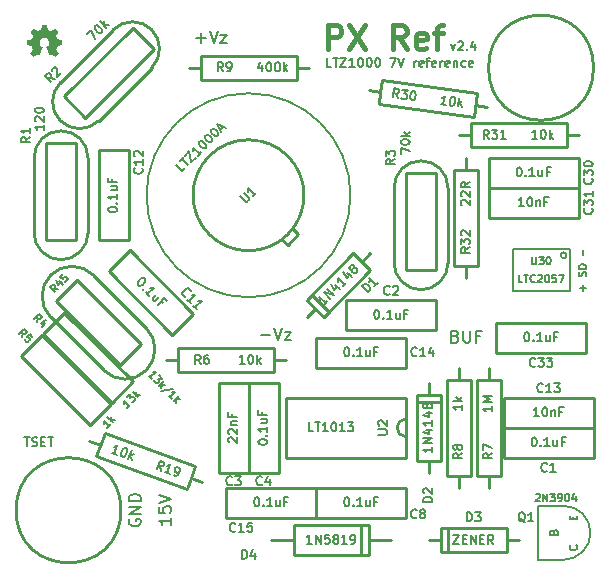
<source format=gto>
G04 (created by PCBNEW (22-Jun-2014 BZR 4027)-stable) date Thu 15 Feb 2018 05:40:34 PM CST*
%MOIN*%
G04 Gerber Fmt 3.4, Leading zero omitted, Abs format*
%FSLAX34Y34*%
G01*
G70*
G90*
G04 APERTURE LIST*
%ADD10C,0.00590551*%
%ADD11C,0.005*%
%ADD12C,0.008*%
%ADD13C,0.006*%
%ADD14C,0.00787402*%
%ADD15C,0.007*%
%ADD16C,0.016*%
%ADD17C,0.01*%
%ADD18C,0.0001*%
G04 APERTURE END LIST*
G54D10*
G54D11*
X96905Y-35684D02*
X96905Y-35494D01*
X97001Y-35589D02*
X96810Y-35589D01*
X96989Y-35196D02*
X97001Y-35160D01*
X97001Y-35101D01*
X96989Y-35077D01*
X96977Y-35065D01*
X96953Y-35053D01*
X96929Y-35053D01*
X96905Y-35065D01*
X96894Y-35077D01*
X96882Y-35101D01*
X96870Y-35148D01*
X96858Y-35172D01*
X96846Y-35184D01*
X96822Y-35196D01*
X96798Y-35196D01*
X96775Y-35184D01*
X96763Y-35172D01*
X96751Y-35148D01*
X96751Y-35089D01*
X96763Y-35053D01*
X97001Y-34946D02*
X96751Y-34946D01*
X96751Y-34886D01*
X96763Y-34851D01*
X96786Y-34827D01*
X96810Y-34815D01*
X96858Y-34803D01*
X96894Y-34803D01*
X96941Y-34815D01*
X96965Y-34827D01*
X96989Y-34851D01*
X97001Y-34886D01*
X97001Y-34946D01*
X96905Y-34505D02*
X96905Y-34315D01*
G54D12*
X92647Y-37202D02*
X92704Y-37221D01*
X92723Y-37240D01*
X92742Y-37278D01*
X92742Y-37335D01*
X92723Y-37373D01*
X92704Y-37392D01*
X92666Y-37411D01*
X92514Y-37411D01*
X92514Y-37011D01*
X92647Y-37011D01*
X92685Y-37030D01*
X92704Y-37050D01*
X92723Y-37088D01*
X92723Y-37126D01*
X92704Y-37164D01*
X92685Y-37183D01*
X92647Y-37202D01*
X92514Y-37202D01*
X92914Y-37011D02*
X92914Y-37335D01*
X92933Y-37373D01*
X92952Y-37392D01*
X92990Y-37411D01*
X93066Y-37411D01*
X93104Y-37392D01*
X93123Y-37373D01*
X93142Y-37335D01*
X93142Y-37011D01*
X93466Y-37202D02*
X93333Y-37202D01*
X93333Y-37411D02*
X93333Y-37011D01*
X93523Y-37011D01*
G54D13*
X78278Y-40571D02*
X78450Y-40571D01*
X78364Y-40871D02*
X78364Y-40571D01*
X78535Y-40857D02*
X78578Y-40871D01*
X78650Y-40871D01*
X78678Y-40857D01*
X78692Y-40842D01*
X78707Y-40814D01*
X78707Y-40785D01*
X78692Y-40757D01*
X78678Y-40742D01*
X78650Y-40728D01*
X78592Y-40714D01*
X78564Y-40700D01*
X78550Y-40685D01*
X78535Y-40657D01*
X78535Y-40628D01*
X78550Y-40600D01*
X78564Y-40585D01*
X78592Y-40571D01*
X78664Y-40571D01*
X78707Y-40585D01*
X78835Y-40714D02*
X78935Y-40714D01*
X78978Y-40871D02*
X78835Y-40871D01*
X78835Y-40571D01*
X78978Y-40571D01*
X79064Y-40571D02*
X79235Y-40571D01*
X79150Y-40871D02*
X79150Y-40571D01*
G54D14*
X89150Y-32500D02*
G75*
G03X89150Y-32500I-3400J0D01*
G74*
G01*
G54D13*
X92492Y-27471D02*
X92564Y-27671D01*
X92635Y-27471D01*
X92735Y-27400D02*
X92750Y-27385D01*
X92778Y-27371D01*
X92850Y-27371D01*
X92878Y-27385D01*
X92892Y-27400D01*
X92907Y-27428D01*
X92907Y-27457D01*
X92892Y-27500D01*
X92721Y-27671D01*
X92907Y-27671D01*
X93035Y-27642D02*
X93049Y-27657D01*
X93035Y-27671D01*
X93021Y-27657D01*
X93035Y-27642D01*
X93035Y-27671D01*
X93307Y-27471D02*
X93307Y-27671D01*
X93235Y-27357D02*
X93164Y-27571D01*
X93349Y-27571D01*
G54D15*
X88514Y-28221D02*
X88371Y-28221D01*
X88371Y-27921D01*
X88571Y-27921D02*
X88742Y-27921D01*
X88657Y-28221D02*
X88657Y-27921D01*
X88814Y-27921D02*
X89014Y-27921D01*
X88814Y-28221D01*
X89014Y-28221D01*
X89285Y-28221D02*
X89114Y-28221D01*
X89199Y-28221D02*
X89199Y-27921D01*
X89171Y-27964D01*
X89142Y-27992D01*
X89114Y-28007D01*
X89471Y-27921D02*
X89499Y-27921D01*
X89528Y-27935D01*
X89542Y-27950D01*
X89557Y-27978D01*
X89571Y-28035D01*
X89571Y-28107D01*
X89557Y-28164D01*
X89542Y-28192D01*
X89528Y-28207D01*
X89499Y-28221D01*
X89471Y-28221D01*
X89442Y-28207D01*
X89428Y-28192D01*
X89414Y-28164D01*
X89399Y-28107D01*
X89399Y-28035D01*
X89414Y-27978D01*
X89428Y-27950D01*
X89442Y-27935D01*
X89471Y-27921D01*
X89757Y-27921D02*
X89785Y-27921D01*
X89814Y-27935D01*
X89828Y-27950D01*
X89842Y-27978D01*
X89857Y-28035D01*
X89857Y-28107D01*
X89842Y-28164D01*
X89828Y-28192D01*
X89814Y-28207D01*
X89785Y-28221D01*
X89757Y-28221D01*
X89728Y-28207D01*
X89714Y-28192D01*
X89699Y-28164D01*
X89685Y-28107D01*
X89685Y-28035D01*
X89699Y-27978D01*
X89714Y-27950D01*
X89728Y-27935D01*
X89757Y-27921D01*
X90042Y-27921D02*
X90071Y-27921D01*
X90099Y-27935D01*
X90114Y-27950D01*
X90128Y-27978D01*
X90142Y-28035D01*
X90142Y-28107D01*
X90128Y-28164D01*
X90114Y-28192D01*
X90099Y-28207D01*
X90071Y-28221D01*
X90042Y-28221D01*
X90014Y-28207D01*
X89999Y-28192D01*
X89985Y-28164D01*
X89971Y-28107D01*
X89971Y-28035D01*
X89985Y-27978D01*
X89999Y-27950D01*
X90014Y-27935D01*
X90042Y-27921D01*
X90471Y-27921D02*
X90671Y-27921D01*
X90542Y-28221D01*
X90742Y-27921D02*
X90842Y-28221D01*
X90942Y-27921D01*
X91271Y-28221D02*
X91271Y-28021D01*
X91271Y-28078D02*
X91285Y-28050D01*
X91299Y-28035D01*
X91328Y-28021D01*
X91357Y-28021D01*
X91571Y-28207D02*
X91542Y-28221D01*
X91485Y-28221D01*
X91457Y-28207D01*
X91442Y-28178D01*
X91442Y-28064D01*
X91457Y-28035D01*
X91485Y-28021D01*
X91542Y-28021D01*
X91571Y-28035D01*
X91585Y-28064D01*
X91585Y-28092D01*
X91442Y-28121D01*
X91671Y-28021D02*
X91785Y-28021D01*
X91714Y-28221D02*
X91714Y-27964D01*
X91728Y-27935D01*
X91757Y-27921D01*
X91785Y-27921D01*
X91999Y-28207D02*
X91971Y-28221D01*
X91914Y-28221D01*
X91885Y-28207D01*
X91871Y-28178D01*
X91871Y-28064D01*
X91885Y-28035D01*
X91914Y-28021D01*
X91971Y-28021D01*
X91999Y-28035D01*
X92014Y-28064D01*
X92014Y-28092D01*
X91871Y-28121D01*
X92142Y-28221D02*
X92142Y-28021D01*
X92142Y-28078D02*
X92157Y-28050D01*
X92171Y-28035D01*
X92199Y-28021D01*
X92228Y-28021D01*
X92442Y-28207D02*
X92414Y-28221D01*
X92357Y-28221D01*
X92328Y-28207D01*
X92314Y-28178D01*
X92314Y-28064D01*
X92328Y-28035D01*
X92357Y-28021D01*
X92414Y-28021D01*
X92442Y-28035D01*
X92457Y-28064D01*
X92457Y-28092D01*
X92314Y-28121D01*
X92585Y-28021D02*
X92585Y-28221D01*
X92585Y-28050D02*
X92599Y-28035D01*
X92628Y-28021D01*
X92671Y-28021D01*
X92699Y-28035D01*
X92714Y-28064D01*
X92714Y-28221D01*
X92985Y-28207D02*
X92957Y-28221D01*
X92899Y-28221D01*
X92871Y-28207D01*
X92857Y-28192D01*
X92842Y-28164D01*
X92842Y-28078D01*
X92857Y-28050D01*
X92871Y-28035D01*
X92899Y-28021D01*
X92957Y-28021D01*
X92985Y-28035D01*
X93228Y-28207D02*
X93199Y-28221D01*
X93142Y-28221D01*
X93114Y-28207D01*
X93099Y-28178D01*
X93099Y-28064D01*
X93114Y-28035D01*
X93142Y-28021D01*
X93199Y-28021D01*
X93228Y-28035D01*
X93242Y-28064D01*
X93242Y-28092D01*
X93099Y-28121D01*
G54D16*
X88390Y-27623D02*
X88390Y-26823D01*
X88695Y-26823D01*
X88771Y-26861D01*
X88809Y-26900D01*
X88847Y-26976D01*
X88847Y-27090D01*
X88809Y-27166D01*
X88771Y-27204D01*
X88695Y-27242D01*
X88390Y-27242D01*
X89114Y-26823D02*
X89647Y-27623D01*
X89647Y-26823D02*
X89114Y-27623D01*
X91019Y-27623D02*
X90752Y-27242D01*
X90561Y-27623D02*
X90561Y-26823D01*
X90866Y-26823D01*
X90942Y-26861D01*
X90980Y-26900D01*
X91019Y-26976D01*
X91019Y-27090D01*
X90980Y-27166D01*
X90942Y-27204D01*
X90866Y-27242D01*
X90561Y-27242D01*
X91666Y-27585D02*
X91590Y-27623D01*
X91438Y-27623D01*
X91361Y-27585D01*
X91323Y-27509D01*
X91323Y-27204D01*
X91361Y-27128D01*
X91438Y-27090D01*
X91590Y-27090D01*
X91666Y-27128D01*
X91704Y-27204D01*
X91704Y-27280D01*
X91323Y-27357D01*
X91933Y-27090D02*
X92238Y-27090D01*
X92047Y-27623D02*
X92047Y-26938D01*
X92085Y-26861D01*
X92161Y-26823D01*
X92238Y-26823D01*
G54D12*
X81780Y-43304D02*
X81761Y-43342D01*
X81761Y-43400D01*
X81780Y-43457D01*
X81819Y-43495D01*
X81857Y-43514D01*
X81933Y-43533D01*
X81990Y-43533D01*
X82066Y-43514D01*
X82104Y-43495D01*
X82142Y-43457D01*
X82161Y-43400D01*
X82161Y-43361D01*
X82142Y-43304D01*
X82123Y-43285D01*
X81990Y-43285D01*
X81990Y-43361D01*
X82161Y-43114D02*
X81761Y-43114D01*
X82161Y-42885D01*
X81761Y-42885D01*
X82161Y-42695D02*
X81761Y-42695D01*
X81761Y-42599D01*
X81780Y-42542D01*
X81819Y-42504D01*
X81857Y-42485D01*
X81933Y-42466D01*
X81990Y-42466D01*
X82066Y-42485D01*
X82104Y-42504D01*
X82142Y-42542D01*
X82161Y-42599D01*
X82161Y-42695D01*
X83161Y-43247D02*
X83161Y-43476D01*
X83161Y-43361D02*
X82761Y-43361D01*
X82819Y-43399D01*
X82857Y-43438D01*
X82876Y-43476D01*
X82761Y-42885D02*
X82761Y-43076D01*
X82952Y-43095D01*
X82933Y-43076D01*
X82914Y-43038D01*
X82914Y-42942D01*
X82933Y-42904D01*
X82952Y-42885D01*
X82990Y-42866D01*
X83085Y-42866D01*
X83123Y-42885D01*
X83142Y-42904D01*
X83161Y-42942D01*
X83161Y-43038D01*
X83142Y-43076D01*
X83123Y-43095D01*
X82761Y-42752D02*
X83161Y-42619D01*
X82761Y-42485D01*
X86164Y-37159D02*
X86469Y-37159D01*
X86602Y-36911D02*
X86735Y-37311D01*
X86869Y-36911D01*
X86964Y-37045D02*
X87173Y-37045D01*
X86964Y-37311D01*
X87173Y-37311D01*
X84014Y-27259D02*
X84319Y-27259D01*
X84166Y-27411D02*
X84166Y-27107D01*
X84452Y-27011D02*
X84585Y-27411D01*
X84719Y-27011D01*
X84814Y-27145D02*
X85023Y-27145D01*
X84814Y-27411D01*
X85023Y-27411D01*
G54D10*
X96250Y-42850D02*
X95400Y-42850D01*
X95400Y-42850D02*
X95400Y-44650D01*
X95400Y-44650D02*
X96250Y-44650D01*
X96250Y-44650D02*
G75*
G03X97150Y-43750I0J900D01*
G74*
G01*
X97150Y-43750D02*
G75*
G03X96250Y-42850I-900J0D01*
G74*
G01*
G54D17*
X92750Y-38250D02*
X92750Y-38650D01*
X92750Y-38650D02*
X93150Y-38650D01*
X93150Y-38650D02*
X93150Y-41850D01*
X93150Y-41850D02*
X92350Y-41850D01*
X92350Y-41850D02*
X92350Y-38650D01*
X92350Y-38650D02*
X92750Y-38650D01*
X92750Y-42250D02*
X92750Y-41850D01*
X93750Y-42250D02*
X93750Y-41850D01*
X93750Y-41850D02*
X93350Y-41850D01*
X93350Y-41850D02*
X93350Y-38650D01*
X93350Y-38650D02*
X94150Y-38650D01*
X94150Y-38650D02*
X94150Y-41850D01*
X94150Y-41850D02*
X93750Y-41850D01*
X93750Y-38250D02*
X93750Y-38650D01*
X83000Y-38000D02*
X83400Y-38000D01*
X83400Y-38000D02*
X83400Y-37600D01*
X83400Y-37600D02*
X86600Y-37600D01*
X86600Y-37600D02*
X86600Y-38400D01*
X86600Y-38400D02*
X83400Y-38400D01*
X83400Y-38400D02*
X83400Y-38000D01*
X87000Y-38000D02*
X86600Y-38000D01*
X83750Y-28250D02*
X84150Y-28250D01*
X84150Y-28250D02*
X84150Y-27850D01*
X84150Y-27850D02*
X87350Y-27850D01*
X87350Y-27850D02*
X87350Y-28650D01*
X87350Y-28650D02*
X84150Y-28650D01*
X84150Y-28650D02*
X84150Y-28250D01*
X87750Y-28250D02*
X87350Y-28250D01*
X84200Y-42050D02*
X83824Y-41913D01*
X83824Y-41913D02*
X83687Y-42289D01*
X83687Y-42289D02*
X80680Y-41194D01*
X80680Y-41194D02*
X80953Y-40442D01*
X80953Y-40442D02*
X83960Y-41537D01*
X83960Y-41537D02*
X83824Y-41913D01*
X80441Y-40681D02*
X80817Y-40818D01*
X87600Y-32500D02*
G75*
G03X87600Y-32500I-1850J0D01*
G74*
G01*
X87058Y-34161D02*
X86881Y-33984D01*
X87411Y-33808D02*
X87234Y-33631D01*
X87411Y-33808D02*
X87058Y-34161D01*
X90700Y-40250D02*
G75*
G03X91000Y-40550I300J0D01*
G74*
G01*
X91000Y-39950D02*
G75*
G03X90700Y-40250I0J-300D01*
G74*
G01*
X91000Y-41250D02*
X87000Y-41250D01*
X87000Y-41250D02*
X87000Y-39250D01*
X87000Y-39250D02*
X91000Y-39250D01*
X91000Y-39250D02*
X91000Y-41250D01*
X97250Y-28250D02*
G75*
G03X97250Y-28250I-1750J0D01*
G74*
G01*
X97250Y-40250D02*
X97250Y-41250D01*
X94250Y-40250D02*
X94250Y-41250D01*
X97250Y-41250D02*
X94250Y-41250D01*
X94250Y-40250D02*
X97250Y-40250D01*
X89000Y-37000D02*
X89000Y-36000D01*
X92000Y-37000D02*
X92000Y-36000D01*
X89000Y-36000D02*
X92000Y-36000D01*
X92000Y-37000D02*
X89000Y-37000D01*
X84750Y-38750D02*
X85750Y-38750D01*
X84750Y-41750D02*
X85750Y-41750D01*
X85750Y-38750D02*
X85750Y-41750D01*
X84750Y-41750D02*
X84750Y-38750D01*
X85750Y-38750D02*
X86750Y-38750D01*
X85750Y-41750D02*
X86750Y-41750D01*
X86750Y-38750D02*
X86750Y-41750D01*
X85750Y-41750D02*
X85750Y-38750D01*
X91000Y-42250D02*
X91000Y-43250D01*
X88000Y-42250D02*
X88000Y-43250D01*
X91000Y-43250D02*
X88000Y-43250D01*
X88000Y-42250D02*
X91000Y-42250D01*
X83914Y-36457D02*
X83207Y-37164D01*
X81792Y-34335D02*
X81085Y-35042D01*
X83207Y-37164D02*
X81085Y-35042D01*
X81792Y-34335D02*
X83914Y-36457D01*
X81750Y-34000D02*
X80750Y-34000D01*
X81750Y-31000D02*
X80750Y-31000D01*
X80750Y-34000D02*
X80750Y-31000D01*
X81750Y-31000D02*
X81750Y-34000D01*
X94250Y-40250D02*
X94250Y-39250D01*
X97250Y-40250D02*
X97250Y-39250D01*
X94250Y-39250D02*
X97250Y-39250D01*
X97250Y-40250D02*
X94250Y-40250D01*
X88000Y-38250D02*
X88000Y-37250D01*
X91000Y-38250D02*
X91000Y-37250D01*
X88000Y-37250D02*
X91000Y-37250D01*
X91000Y-38250D02*
X88000Y-38250D01*
X85000Y-43250D02*
X85000Y-42250D01*
X88000Y-43250D02*
X88000Y-42250D01*
X85000Y-42250D02*
X88000Y-42250D01*
X88000Y-43250D02*
X85000Y-43250D01*
X86500Y-44000D02*
X87250Y-44000D01*
X89750Y-44000D02*
X90500Y-44000D01*
X89500Y-43500D02*
X89500Y-44500D01*
X87250Y-44500D02*
X89750Y-44500D01*
X87250Y-43500D02*
X87250Y-44500D01*
X89750Y-43500D02*
X89750Y-44500D01*
X87250Y-43500D02*
X89750Y-43500D01*
X91750Y-41350D02*
X91750Y-41750D01*
X91750Y-39150D02*
X91750Y-38750D01*
X92150Y-41350D02*
X92150Y-39150D01*
X91350Y-39150D02*
X91350Y-41350D01*
X91350Y-39400D02*
X92150Y-39400D01*
X91750Y-39150D02*
X91350Y-39150D01*
X91350Y-41350D02*
X91750Y-41350D01*
X91750Y-41350D02*
X92150Y-41350D01*
X92150Y-39150D02*
X91750Y-39150D01*
X89527Y-34722D02*
X89810Y-34439D01*
X87972Y-36277D02*
X87689Y-36560D01*
X89244Y-34439D02*
X87689Y-35994D01*
X88255Y-36560D02*
X89810Y-35005D01*
X88431Y-36383D02*
X87866Y-35818D01*
X87972Y-36277D02*
X88255Y-36560D01*
X89810Y-35005D02*
X89527Y-34722D01*
X89527Y-34722D02*
X89244Y-34439D01*
X87689Y-35994D02*
X87972Y-36277D01*
X94350Y-44000D02*
X94750Y-44000D01*
X92150Y-44000D02*
X91750Y-44000D01*
X94350Y-43600D02*
X92150Y-43600D01*
X92150Y-44400D02*
X94350Y-44400D01*
X92400Y-44400D02*
X92400Y-43600D01*
X92150Y-44000D02*
X92150Y-44400D01*
X94350Y-44400D02*
X94350Y-44000D01*
X94350Y-44000D02*
X94350Y-43600D01*
X92150Y-43600D02*
X92150Y-44000D01*
X79585Y-29207D02*
X81883Y-26909D01*
X82590Y-27616D02*
X80292Y-29914D01*
X79479Y-28747D02*
X81247Y-26979D01*
X82520Y-28252D02*
X80752Y-30020D01*
X79479Y-30020D02*
G75*
G03X80752Y-30020I636J636D01*
G74*
G01*
X79479Y-28747D02*
G75*
G03X79479Y-30020I636J-636D01*
G74*
G01*
X82520Y-26979D02*
G75*
G03X81247Y-26979I-636J-636D01*
G74*
G01*
X82520Y-28252D02*
G75*
G03X82520Y-26979I-636J636D01*
G74*
G01*
X79479Y-30020D02*
G75*
G03X80752Y-30020I636J636D01*
G74*
G01*
X80292Y-29914D02*
X79585Y-29207D01*
X81883Y-26909D02*
X82590Y-27616D01*
X79000Y-34000D02*
X79000Y-30750D01*
X80000Y-30750D02*
X80000Y-34000D01*
X78600Y-33750D02*
X78600Y-31250D01*
X80400Y-31250D02*
X80400Y-33750D01*
X79500Y-34650D02*
G75*
G03X80400Y-33750I0J900D01*
G74*
G01*
X78600Y-33750D02*
G75*
G03X79500Y-34650I900J0D01*
G74*
G01*
X79500Y-30350D02*
G75*
G03X78600Y-31250I0J-900D01*
G74*
G01*
X80400Y-31250D02*
G75*
G03X79500Y-30350I-900J0D01*
G74*
G01*
X79500Y-34650D02*
G75*
G03X80400Y-33750I0J900D01*
G74*
G01*
X80000Y-34000D02*
X79000Y-34000D01*
X79000Y-30750D02*
X80000Y-30750D01*
X91000Y-35000D02*
X91000Y-31750D01*
X92000Y-31750D02*
X92000Y-35000D01*
X90600Y-34750D02*
X90600Y-32250D01*
X92400Y-32250D02*
X92400Y-34750D01*
X91500Y-35650D02*
G75*
G03X92400Y-34750I0J900D01*
G74*
G01*
X90600Y-34750D02*
G75*
G03X91500Y-35650I900J0D01*
G74*
G01*
X91500Y-31350D02*
G75*
G03X90600Y-32250I0J-900D01*
G74*
G01*
X92400Y-32250D02*
G75*
G03X91500Y-31350I-900J0D01*
G74*
G01*
X91500Y-35650D02*
G75*
G03X92400Y-34750I0J900D01*
G74*
G01*
X92000Y-35000D02*
X91000Y-35000D01*
X91000Y-31750D02*
X92000Y-31750D01*
X81500Y-43000D02*
G75*
G03X81500Y-43000I-1750J0D01*
G74*
G01*
G54D11*
X96350Y-34500D02*
G75*
G03X96350Y-34500I-100J0D01*
G74*
G01*
X94550Y-35700D02*
X94550Y-34300D01*
X96450Y-35700D02*
X96450Y-34300D01*
X96450Y-34300D02*
X94550Y-34300D01*
X96450Y-35700D02*
X94550Y-35700D01*
G54D17*
X89750Y-29000D02*
X90146Y-29055D01*
X90146Y-29055D02*
X90201Y-28659D01*
X90201Y-28659D02*
X93370Y-29104D01*
X93370Y-29104D02*
X93259Y-29897D01*
X93259Y-29897D02*
X90090Y-29451D01*
X90090Y-29451D02*
X90146Y-29055D01*
X93711Y-29556D02*
X93314Y-29501D01*
X96750Y-30500D02*
X96350Y-30500D01*
X96350Y-30500D02*
X96350Y-30900D01*
X96350Y-30900D02*
X93150Y-30900D01*
X93150Y-30900D02*
X93150Y-30100D01*
X93150Y-30100D02*
X96350Y-30100D01*
X96350Y-30100D02*
X96350Y-30500D01*
X92750Y-30500D02*
X93150Y-30500D01*
X93000Y-31250D02*
X93000Y-31650D01*
X93000Y-31650D02*
X93400Y-31650D01*
X93400Y-31650D02*
X93400Y-34850D01*
X93400Y-34850D02*
X92600Y-34850D01*
X92600Y-34850D02*
X92600Y-31650D01*
X92600Y-31650D02*
X93000Y-31650D01*
X93000Y-35250D02*
X93000Y-34850D01*
X96750Y-31250D02*
X96750Y-32250D01*
X93750Y-31250D02*
X93750Y-32250D01*
X96750Y-32250D02*
X93750Y-32250D01*
X93750Y-31250D02*
X96750Y-31250D01*
X93750Y-33250D02*
X93750Y-32250D01*
X96750Y-33250D02*
X96750Y-32250D01*
X93750Y-32250D02*
X96750Y-32250D01*
X96750Y-33250D02*
X93750Y-33250D01*
X94000Y-37750D02*
X94000Y-36750D01*
X97000Y-37750D02*
X97000Y-36750D01*
X94000Y-36750D02*
X97000Y-36750D01*
X97000Y-37750D02*
X94000Y-37750D01*
X78909Y-37116D02*
X81207Y-39414D01*
X79616Y-36409D02*
X81914Y-38707D01*
X81914Y-38707D02*
X81207Y-39414D01*
X78909Y-37116D02*
X79616Y-36409D01*
X78159Y-37866D02*
X80457Y-40164D01*
X78866Y-37159D02*
X81164Y-39457D01*
X81164Y-39457D02*
X80457Y-40164D01*
X78159Y-37866D02*
X78866Y-37159D01*
X80042Y-35335D02*
X82164Y-37457D01*
X82164Y-37457D02*
X81457Y-38164D01*
X81457Y-38164D02*
X79335Y-36042D01*
X79335Y-36042D02*
X80042Y-35335D01*
X79159Y-36573D02*
X80926Y-38340D01*
X80573Y-35159D02*
X82340Y-36926D01*
X80926Y-38340D02*
G75*
G03X82340Y-38340I707J707D01*
G74*
G01*
X82340Y-38340D02*
G75*
G03X82340Y-36926I-707J707D01*
G74*
G01*
X80573Y-35159D02*
G75*
G03X79159Y-35159I-707J-707D01*
G74*
G01*
X79159Y-35159D02*
G75*
G03X79159Y-36573I707J-707D01*
G74*
G01*
G54D18*
G36*
X78592Y-27880D02*
X78599Y-27877D01*
X78612Y-27868D01*
X78632Y-27855D01*
X78655Y-27840D01*
X78679Y-27824D01*
X78698Y-27811D01*
X78712Y-27802D01*
X78717Y-27799D01*
X78720Y-27800D01*
X78731Y-27806D01*
X78747Y-27814D01*
X78757Y-27819D01*
X78772Y-27825D01*
X78779Y-27827D01*
X78780Y-27825D01*
X78786Y-27813D01*
X78794Y-27794D01*
X78805Y-27768D01*
X78818Y-27738D01*
X78832Y-27706D01*
X78845Y-27673D01*
X78858Y-27642D01*
X78870Y-27613D01*
X78879Y-27590D01*
X78885Y-27574D01*
X78888Y-27567D01*
X78887Y-27566D01*
X78880Y-27559D01*
X78867Y-27549D01*
X78839Y-27526D01*
X78811Y-27492D01*
X78794Y-27453D01*
X78789Y-27409D01*
X78793Y-27369D01*
X78809Y-27331D01*
X78836Y-27296D01*
X78869Y-27270D01*
X78907Y-27254D01*
X78950Y-27249D01*
X78991Y-27253D01*
X79030Y-27269D01*
X79065Y-27295D01*
X79080Y-27312D01*
X79100Y-27348D01*
X79112Y-27385D01*
X79113Y-27394D01*
X79111Y-27436D01*
X79099Y-27476D01*
X79077Y-27511D01*
X79047Y-27540D01*
X79043Y-27543D01*
X79029Y-27554D01*
X79019Y-27561D01*
X79012Y-27567D01*
X79065Y-27694D01*
X79073Y-27714D01*
X79088Y-27749D01*
X79100Y-27779D01*
X79111Y-27803D01*
X79118Y-27819D01*
X79121Y-27825D01*
X79121Y-27825D01*
X79126Y-27826D01*
X79135Y-27823D01*
X79153Y-27814D01*
X79165Y-27808D01*
X79178Y-27802D01*
X79184Y-27799D01*
X79190Y-27802D01*
X79203Y-27810D01*
X79221Y-27823D01*
X79244Y-27838D01*
X79266Y-27853D01*
X79286Y-27866D01*
X79300Y-27876D01*
X79307Y-27879D01*
X79308Y-27879D01*
X79315Y-27876D01*
X79326Y-27866D01*
X79343Y-27850D01*
X79368Y-27826D01*
X79372Y-27822D01*
X79392Y-27802D01*
X79408Y-27784D01*
X79419Y-27772D01*
X79423Y-27767D01*
X79423Y-27767D01*
X79419Y-27760D01*
X79410Y-27745D01*
X79397Y-27725D01*
X79381Y-27701D01*
X79339Y-27640D01*
X79362Y-27583D01*
X79369Y-27565D01*
X79378Y-27543D01*
X79385Y-27528D01*
X79388Y-27521D01*
X79395Y-27519D01*
X79410Y-27515D01*
X79433Y-27511D01*
X79461Y-27506D01*
X79487Y-27501D01*
X79510Y-27496D01*
X79527Y-27493D01*
X79535Y-27492D01*
X79537Y-27490D01*
X79538Y-27487D01*
X79539Y-27479D01*
X79540Y-27464D01*
X79540Y-27442D01*
X79540Y-27409D01*
X79540Y-27406D01*
X79540Y-27375D01*
X79539Y-27350D01*
X79538Y-27335D01*
X79537Y-27328D01*
X79537Y-27328D01*
X79530Y-27326D01*
X79513Y-27323D01*
X79490Y-27318D01*
X79462Y-27313D01*
X79460Y-27313D01*
X79432Y-27307D01*
X79409Y-27302D01*
X79392Y-27299D01*
X79385Y-27296D01*
X79384Y-27294D01*
X79378Y-27283D01*
X79370Y-27266D01*
X79361Y-27245D01*
X79352Y-27223D01*
X79344Y-27203D01*
X79339Y-27189D01*
X79337Y-27182D01*
X79337Y-27182D01*
X79341Y-27175D01*
X79351Y-27161D01*
X79365Y-27141D01*
X79381Y-27117D01*
X79382Y-27115D01*
X79398Y-27091D01*
X79411Y-27071D01*
X79420Y-27057D01*
X79423Y-27051D01*
X79423Y-27050D01*
X79418Y-27043D01*
X79406Y-27030D01*
X79388Y-27012D01*
X79368Y-26991D01*
X79361Y-26985D01*
X79338Y-26962D01*
X79322Y-26948D01*
X79312Y-26940D01*
X79308Y-26938D01*
X79307Y-26938D01*
X79300Y-26942D01*
X79285Y-26952D01*
X79265Y-26966D01*
X79241Y-26982D01*
X79240Y-26983D01*
X79216Y-26999D01*
X79196Y-27013D01*
X79182Y-27022D01*
X79176Y-27025D01*
X79175Y-27025D01*
X79166Y-27023D01*
X79149Y-27017D01*
X79128Y-27009D01*
X79106Y-27000D01*
X79086Y-26992D01*
X79072Y-26985D01*
X79065Y-26981D01*
X79064Y-26981D01*
X79062Y-26972D01*
X79058Y-26954D01*
X79053Y-26930D01*
X79047Y-26901D01*
X79046Y-26897D01*
X79041Y-26868D01*
X79037Y-26845D01*
X79033Y-26829D01*
X79032Y-26822D01*
X79028Y-26822D01*
X79014Y-26821D01*
X78993Y-26820D01*
X78967Y-26820D01*
X78941Y-26820D01*
X78915Y-26820D01*
X78893Y-26821D01*
X78877Y-26822D01*
X78870Y-26824D01*
X78870Y-26824D01*
X78868Y-26833D01*
X78864Y-26850D01*
X78859Y-26875D01*
X78853Y-26904D01*
X78852Y-26909D01*
X78847Y-26937D01*
X78842Y-26960D01*
X78839Y-26976D01*
X78837Y-26982D01*
X78835Y-26983D01*
X78823Y-26989D01*
X78804Y-26996D01*
X78781Y-27006D01*
X78727Y-27028D01*
X78661Y-26982D01*
X78655Y-26978D01*
X78631Y-26962D01*
X78611Y-26949D01*
X78597Y-26940D01*
X78592Y-26937D01*
X78591Y-26937D01*
X78585Y-26943D01*
X78572Y-26955D01*
X78554Y-26973D01*
X78533Y-26993D01*
X78517Y-27009D01*
X78499Y-27027D01*
X78488Y-27040D01*
X78481Y-27048D01*
X78479Y-27053D01*
X78480Y-27056D01*
X78484Y-27063D01*
X78494Y-27077D01*
X78507Y-27098D01*
X78523Y-27121D01*
X78537Y-27141D01*
X78551Y-27163D01*
X78560Y-27179D01*
X78564Y-27186D01*
X78563Y-27190D01*
X78558Y-27203D01*
X78550Y-27222D01*
X78540Y-27246D01*
X78517Y-27298D01*
X78483Y-27305D01*
X78462Y-27309D01*
X78433Y-27314D01*
X78405Y-27320D01*
X78361Y-27328D01*
X78360Y-27487D01*
X78367Y-27490D01*
X78373Y-27492D01*
X78389Y-27496D01*
X78412Y-27500D01*
X78439Y-27505D01*
X78463Y-27510D01*
X78486Y-27514D01*
X78503Y-27517D01*
X78510Y-27519D01*
X78512Y-27521D01*
X78518Y-27533D01*
X78526Y-27551D01*
X78535Y-27572D01*
X78545Y-27595D01*
X78553Y-27615D01*
X78559Y-27631D01*
X78561Y-27639D01*
X78558Y-27645D01*
X78549Y-27659D01*
X78536Y-27679D01*
X78520Y-27702D01*
X78504Y-27725D01*
X78491Y-27745D01*
X78481Y-27759D01*
X78478Y-27766D01*
X78480Y-27770D01*
X78489Y-27781D01*
X78506Y-27799D01*
X78532Y-27825D01*
X78537Y-27829D01*
X78557Y-27849D01*
X78575Y-27865D01*
X78587Y-27876D01*
X78592Y-27880D01*
X78592Y-27880D01*
G37*
G54D13*
X94971Y-43400D02*
X94942Y-43385D01*
X94914Y-43357D01*
X94871Y-43314D01*
X94842Y-43300D01*
X94814Y-43300D01*
X94828Y-43371D02*
X94800Y-43357D01*
X94771Y-43328D01*
X94757Y-43271D01*
X94757Y-43171D01*
X94771Y-43114D01*
X94800Y-43085D01*
X94828Y-43071D01*
X94885Y-43071D01*
X94914Y-43085D01*
X94942Y-43114D01*
X94957Y-43171D01*
X94957Y-43271D01*
X94942Y-43328D01*
X94914Y-43357D01*
X94885Y-43371D01*
X94828Y-43371D01*
X95242Y-43371D02*
X95071Y-43371D01*
X95157Y-43371D02*
X95157Y-43071D01*
X95128Y-43114D01*
X95100Y-43142D01*
X95071Y-43157D01*
G54D11*
X95321Y-42475D02*
X95333Y-42463D01*
X95357Y-42451D01*
X95416Y-42451D01*
X95440Y-42463D01*
X95452Y-42475D01*
X95464Y-42498D01*
X95464Y-42522D01*
X95452Y-42558D01*
X95309Y-42701D01*
X95464Y-42701D01*
X95571Y-42701D02*
X95571Y-42451D01*
X95714Y-42701D01*
X95714Y-42451D01*
X95809Y-42451D02*
X95964Y-42451D01*
X95880Y-42546D01*
X95916Y-42546D01*
X95940Y-42558D01*
X95952Y-42570D01*
X95964Y-42594D01*
X95964Y-42653D01*
X95952Y-42677D01*
X95940Y-42689D01*
X95916Y-42701D01*
X95845Y-42701D01*
X95821Y-42689D01*
X95809Y-42677D01*
X96083Y-42701D02*
X96130Y-42701D01*
X96154Y-42689D01*
X96166Y-42677D01*
X96190Y-42641D01*
X96202Y-42594D01*
X96202Y-42498D01*
X96190Y-42475D01*
X96178Y-42463D01*
X96154Y-42451D01*
X96107Y-42451D01*
X96083Y-42463D01*
X96071Y-42475D01*
X96059Y-42498D01*
X96059Y-42558D01*
X96071Y-42582D01*
X96083Y-42594D01*
X96107Y-42605D01*
X96154Y-42605D01*
X96178Y-42594D01*
X96190Y-42582D01*
X96202Y-42558D01*
X96357Y-42451D02*
X96380Y-42451D01*
X96404Y-42463D01*
X96416Y-42475D01*
X96428Y-42498D01*
X96440Y-42546D01*
X96440Y-42605D01*
X96428Y-42653D01*
X96416Y-42677D01*
X96404Y-42689D01*
X96380Y-42701D01*
X96357Y-42701D01*
X96333Y-42689D01*
X96321Y-42677D01*
X96309Y-42653D01*
X96297Y-42605D01*
X96297Y-42546D01*
X96309Y-42498D01*
X96321Y-42475D01*
X96333Y-42463D01*
X96357Y-42451D01*
X96654Y-42534D02*
X96654Y-42701D01*
X96595Y-42439D02*
X96535Y-42617D01*
X96690Y-42617D01*
X96570Y-43303D02*
X96570Y-43220D01*
X96701Y-43184D02*
X96701Y-43303D01*
X96451Y-43303D01*
X96451Y-43184D01*
X95920Y-43732D02*
X95932Y-43696D01*
X95944Y-43684D01*
X95967Y-43672D01*
X96003Y-43672D01*
X96027Y-43684D01*
X96039Y-43696D01*
X96051Y-43720D01*
X96051Y-43815D01*
X95801Y-43815D01*
X95801Y-43732D01*
X95813Y-43708D01*
X95825Y-43696D01*
X95848Y-43684D01*
X95872Y-43684D01*
X95896Y-43696D01*
X95908Y-43708D01*
X95920Y-43732D01*
X95920Y-43815D01*
X96677Y-44172D02*
X96689Y-44184D01*
X96701Y-44220D01*
X96701Y-44244D01*
X96689Y-44279D01*
X96665Y-44303D01*
X96641Y-44315D01*
X96594Y-44327D01*
X96558Y-44327D01*
X96510Y-44315D01*
X96486Y-44303D01*
X96463Y-44279D01*
X96451Y-44244D01*
X96451Y-44220D01*
X96463Y-44184D01*
X96475Y-44172D01*
G54D13*
X92871Y-41100D02*
X92728Y-41200D01*
X92871Y-41271D02*
X92571Y-41271D01*
X92571Y-41157D01*
X92585Y-41128D01*
X92600Y-41114D01*
X92628Y-41100D01*
X92671Y-41100D01*
X92700Y-41114D01*
X92714Y-41128D01*
X92728Y-41157D01*
X92728Y-41271D01*
X92700Y-40928D02*
X92685Y-40957D01*
X92671Y-40971D01*
X92642Y-40985D01*
X92628Y-40985D01*
X92600Y-40971D01*
X92585Y-40957D01*
X92571Y-40928D01*
X92571Y-40871D01*
X92585Y-40842D01*
X92600Y-40828D01*
X92628Y-40814D01*
X92642Y-40814D01*
X92671Y-40828D01*
X92685Y-40842D01*
X92700Y-40871D01*
X92700Y-40928D01*
X92714Y-40957D01*
X92728Y-40971D01*
X92757Y-40985D01*
X92814Y-40985D01*
X92842Y-40971D01*
X92857Y-40957D01*
X92871Y-40928D01*
X92871Y-40871D01*
X92857Y-40842D01*
X92842Y-40828D01*
X92814Y-40814D01*
X92757Y-40814D01*
X92728Y-40828D01*
X92714Y-40842D01*
X92700Y-40871D01*
X92871Y-39485D02*
X92871Y-39657D01*
X92871Y-39571D02*
X92571Y-39571D01*
X92614Y-39599D01*
X92642Y-39628D01*
X92657Y-39657D01*
X92871Y-39357D02*
X92571Y-39357D01*
X92757Y-39328D02*
X92871Y-39242D01*
X92671Y-39242D02*
X92785Y-39357D01*
X93871Y-41100D02*
X93728Y-41200D01*
X93871Y-41271D02*
X93571Y-41271D01*
X93571Y-41157D01*
X93585Y-41128D01*
X93600Y-41114D01*
X93628Y-41100D01*
X93671Y-41100D01*
X93700Y-41114D01*
X93714Y-41128D01*
X93728Y-41157D01*
X93728Y-41271D01*
X93571Y-41000D02*
X93571Y-40800D01*
X93871Y-40928D01*
X93871Y-39535D02*
X93871Y-39707D01*
X93871Y-39621D02*
X93571Y-39621D01*
X93614Y-39649D01*
X93642Y-39678D01*
X93657Y-39707D01*
X93871Y-39407D02*
X93571Y-39407D01*
X93785Y-39307D01*
X93571Y-39207D01*
X93871Y-39207D01*
X84150Y-38121D02*
X84050Y-37978D01*
X83978Y-38121D02*
X83978Y-37821D01*
X84092Y-37821D01*
X84121Y-37835D01*
X84135Y-37850D01*
X84150Y-37878D01*
X84150Y-37921D01*
X84135Y-37950D01*
X84121Y-37964D01*
X84092Y-37978D01*
X83978Y-37978D01*
X84407Y-37821D02*
X84350Y-37821D01*
X84321Y-37835D01*
X84307Y-37850D01*
X84278Y-37892D01*
X84264Y-37950D01*
X84264Y-38064D01*
X84278Y-38092D01*
X84292Y-38107D01*
X84321Y-38121D01*
X84378Y-38121D01*
X84407Y-38107D01*
X84421Y-38092D01*
X84435Y-38064D01*
X84435Y-37992D01*
X84421Y-37964D01*
X84407Y-37950D01*
X84378Y-37935D01*
X84321Y-37935D01*
X84292Y-37950D01*
X84278Y-37964D01*
X84264Y-37992D01*
X85621Y-38121D02*
X85450Y-38121D01*
X85535Y-38121D02*
X85535Y-37821D01*
X85507Y-37864D01*
X85478Y-37892D01*
X85450Y-37907D01*
X85807Y-37821D02*
X85835Y-37821D01*
X85864Y-37835D01*
X85878Y-37850D01*
X85892Y-37878D01*
X85907Y-37935D01*
X85907Y-38007D01*
X85892Y-38064D01*
X85878Y-38092D01*
X85864Y-38107D01*
X85835Y-38121D01*
X85807Y-38121D01*
X85778Y-38107D01*
X85764Y-38092D01*
X85750Y-38064D01*
X85735Y-38007D01*
X85735Y-37935D01*
X85750Y-37878D01*
X85764Y-37850D01*
X85778Y-37835D01*
X85807Y-37821D01*
X86035Y-38121D02*
X86035Y-37821D01*
X86064Y-38007D02*
X86150Y-38121D01*
X86150Y-37921D02*
X86035Y-38035D01*
X84900Y-28371D02*
X84800Y-28228D01*
X84728Y-28371D02*
X84728Y-28071D01*
X84842Y-28071D01*
X84871Y-28085D01*
X84885Y-28100D01*
X84900Y-28128D01*
X84900Y-28171D01*
X84885Y-28200D01*
X84871Y-28214D01*
X84842Y-28228D01*
X84728Y-28228D01*
X85042Y-28371D02*
X85100Y-28371D01*
X85128Y-28357D01*
X85142Y-28342D01*
X85171Y-28300D01*
X85185Y-28242D01*
X85185Y-28128D01*
X85171Y-28100D01*
X85157Y-28085D01*
X85128Y-28071D01*
X85071Y-28071D01*
X85042Y-28085D01*
X85028Y-28100D01*
X85014Y-28128D01*
X85014Y-28200D01*
X85028Y-28228D01*
X85042Y-28242D01*
X85071Y-28257D01*
X85128Y-28257D01*
X85157Y-28242D01*
X85171Y-28228D01*
X85185Y-28200D01*
X86200Y-28171D02*
X86200Y-28371D01*
X86128Y-28057D02*
X86057Y-28271D01*
X86242Y-28271D01*
X86414Y-28071D02*
X86442Y-28071D01*
X86471Y-28085D01*
X86485Y-28100D01*
X86500Y-28128D01*
X86514Y-28185D01*
X86514Y-28257D01*
X86500Y-28314D01*
X86485Y-28342D01*
X86471Y-28357D01*
X86442Y-28371D01*
X86414Y-28371D01*
X86385Y-28357D01*
X86371Y-28342D01*
X86357Y-28314D01*
X86342Y-28257D01*
X86342Y-28185D01*
X86357Y-28128D01*
X86371Y-28100D01*
X86385Y-28085D01*
X86414Y-28071D01*
X86700Y-28071D02*
X86728Y-28071D01*
X86757Y-28085D01*
X86771Y-28100D01*
X86785Y-28128D01*
X86800Y-28185D01*
X86800Y-28257D01*
X86785Y-28314D01*
X86771Y-28342D01*
X86757Y-28357D01*
X86728Y-28371D01*
X86700Y-28371D01*
X86671Y-28357D01*
X86657Y-28342D01*
X86642Y-28314D01*
X86628Y-28257D01*
X86628Y-28185D01*
X86642Y-28128D01*
X86657Y-28100D01*
X86671Y-28085D01*
X86700Y-28071D01*
X86928Y-28371D02*
X86928Y-28071D01*
X86957Y-28257D02*
X87042Y-28371D01*
X87042Y-28171D02*
X86928Y-28285D01*
X82849Y-41687D02*
X82804Y-41519D01*
X82688Y-41629D02*
X82791Y-41347D01*
X82898Y-41386D01*
X82920Y-41409D01*
X82929Y-41427D01*
X82932Y-41459D01*
X82918Y-41499D01*
X82894Y-41521D01*
X82876Y-41530D01*
X82844Y-41533D01*
X82737Y-41494D01*
X83118Y-41785D02*
X82957Y-41726D01*
X83037Y-41756D02*
X83140Y-41474D01*
X83098Y-41504D01*
X83062Y-41521D01*
X83030Y-41525D01*
X83252Y-41834D02*
X83306Y-41853D01*
X83337Y-41850D01*
X83356Y-41841D01*
X83397Y-41811D01*
X83430Y-41762D01*
X83469Y-41654D01*
X83465Y-41623D01*
X83457Y-41604D01*
X83435Y-41581D01*
X83381Y-41562D01*
X83350Y-41565D01*
X83331Y-41574D01*
X83308Y-41596D01*
X83284Y-41663D01*
X83287Y-41695D01*
X83296Y-41713D01*
X83318Y-41736D01*
X83371Y-41756D01*
X83403Y-41752D01*
X83422Y-41744D01*
X83445Y-41722D01*
X81359Y-41145D02*
X81198Y-41086D01*
X81278Y-41116D02*
X81381Y-40834D01*
X81340Y-40864D01*
X81303Y-40881D01*
X81271Y-40885D01*
X81636Y-40926D02*
X81663Y-40936D01*
X81685Y-40959D01*
X81693Y-40978D01*
X81697Y-41009D01*
X81691Y-41068D01*
X81667Y-41135D01*
X81634Y-41184D01*
X81610Y-41206D01*
X81592Y-41215D01*
X81560Y-41218D01*
X81534Y-41208D01*
X81512Y-41185D01*
X81503Y-41167D01*
X81499Y-41135D01*
X81506Y-41077D01*
X81530Y-41009D01*
X81563Y-40961D01*
X81586Y-40939D01*
X81604Y-40930D01*
X81636Y-40926D01*
X81748Y-41287D02*
X81851Y-41005D01*
X81814Y-41189D02*
X81856Y-41326D01*
X81924Y-41138D02*
X81778Y-41206D01*
X85462Y-32535D02*
X85633Y-32707D01*
X85664Y-32717D01*
X85684Y-32717D01*
X85714Y-32707D01*
X85755Y-32666D01*
X85765Y-32636D01*
X85765Y-32616D01*
X85755Y-32585D01*
X85583Y-32414D01*
X86007Y-32414D02*
X85886Y-32535D01*
X85946Y-32474D02*
X85734Y-32262D01*
X85744Y-32313D01*
X85744Y-32353D01*
X85734Y-32383D01*
X83633Y-31606D02*
X83532Y-31707D01*
X83320Y-31494D01*
X83462Y-31353D02*
X83583Y-31232D01*
X83734Y-31504D02*
X83522Y-31292D01*
X83633Y-31181D02*
X83775Y-31040D01*
X83845Y-31393D01*
X83987Y-31252D01*
X84179Y-31060D02*
X84057Y-31181D01*
X84118Y-31121D02*
X83906Y-30909D01*
X83916Y-30959D01*
X83916Y-30999D01*
X83906Y-31030D01*
X84098Y-30717D02*
X84118Y-30696D01*
X84148Y-30686D01*
X84169Y-30686D01*
X84199Y-30696D01*
X84249Y-30727D01*
X84300Y-30777D01*
X84330Y-30828D01*
X84340Y-30858D01*
X84340Y-30878D01*
X84330Y-30909D01*
X84310Y-30929D01*
X84280Y-30939D01*
X84260Y-30939D01*
X84229Y-30929D01*
X84179Y-30898D01*
X84128Y-30848D01*
X84098Y-30797D01*
X84088Y-30767D01*
X84088Y-30747D01*
X84098Y-30717D01*
X84300Y-30515D02*
X84320Y-30494D01*
X84350Y-30484D01*
X84371Y-30484D01*
X84401Y-30494D01*
X84451Y-30525D01*
X84502Y-30575D01*
X84532Y-30626D01*
X84542Y-30656D01*
X84542Y-30676D01*
X84532Y-30706D01*
X84512Y-30727D01*
X84482Y-30737D01*
X84462Y-30737D01*
X84431Y-30727D01*
X84381Y-30696D01*
X84330Y-30646D01*
X84300Y-30595D01*
X84290Y-30565D01*
X84290Y-30545D01*
X84300Y-30515D01*
X84502Y-30313D02*
X84522Y-30292D01*
X84552Y-30282D01*
X84573Y-30282D01*
X84603Y-30292D01*
X84653Y-30323D01*
X84704Y-30373D01*
X84734Y-30424D01*
X84744Y-30454D01*
X84744Y-30474D01*
X84734Y-30504D01*
X84714Y-30525D01*
X84684Y-30535D01*
X84664Y-30535D01*
X84633Y-30525D01*
X84583Y-30494D01*
X84532Y-30444D01*
X84502Y-30393D01*
X84492Y-30363D01*
X84492Y-30343D01*
X84502Y-30313D01*
X84805Y-30313D02*
X84906Y-30212D01*
X84845Y-30393D02*
X84704Y-30110D01*
X84987Y-30252D01*
X90071Y-40478D02*
X90314Y-40478D01*
X90342Y-40464D01*
X90357Y-40450D01*
X90371Y-40421D01*
X90371Y-40364D01*
X90357Y-40335D01*
X90342Y-40321D01*
X90314Y-40307D01*
X90071Y-40307D01*
X90100Y-40178D02*
X90085Y-40164D01*
X90071Y-40135D01*
X90071Y-40064D01*
X90085Y-40035D01*
X90100Y-40021D01*
X90128Y-40007D01*
X90157Y-40007D01*
X90200Y-40021D01*
X90371Y-40192D01*
X90371Y-40007D01*
X87907Y-40371D02*
X87764Y-40371D01*
X87764Y-40071D01*
X87964Y-40071D02*
X88135Y-40071D01*
X88050Y-40371D02*
X88050Y-40071D01*
X88392Y-40371D02*
X88221Y-40371D01*
X88307Y-40371D02*
X88307Y-40071D01*
X88278Y-40114D01*
X88250Y-40142D01*
X88221Y-40157D01*
X88578Y-40071D02*
X88607Y-40071D01*
X88635Y-40085D01*
X88650Y-40100D01*
X88664Y-40128D01*
X88678Y-40185D01*
X88678Y-40257D01*
X88664Y-40314D01*
X88650Y-40342D01*
X88635Y-40357D01*
X88607Y-40371D01*
X88578Y-40371D01*
X88550Y-40357D01*
X88535Y-40342D01*
X88521Y-40314D01*
X88507Y-40257D01*
X88507Y-40185D01*
X88521Y-40128D01*
X88535Y-40100D01*
X88550Y-40085D01*
X88578Y-40071D01*
X88964Y-40371D02*
X88792Y-40371D01*
X88878Y-40371D02*
X88878Y-40071D01*
X88850Y-40114D01*
X88821Y-40142D01*
X88792Y-40157D01*
X89064Y-40071D02*
X89249Y-40071D01*
X89149Y-40185D01*
X89192Y-40185D01*
X89221Y-40200D01*
X89235Y-40214D01*
X89249Y-40242D01*
X89249Y-40314D01*
X89235Y-40342D01*
X89221Y-40357D01*
X89192Y-40371D01*
X89107Y-40371D01*
X89078Y-40357D01*
X89064Y-40342D01*
X95700Y-41692D02*
X95685Y-41707D01*
X95642Y-41721D01*
X95614Y-41721D01*
X95571Y-41707D01*
X95542Y-41678D01*
X95528Y-41650D01*
X95514Y-41592D01*
X95514Y-41550D01*
X95528Y-41492D01*
X95542Y-41464D01*
X95571Y-41435D01*
X95614Y-41421D01*
X95642Y-41421D01*
X95685Y-41435D01*
X95700Y-41450D01*
X95985Y-41721D02*
X95814Y-41721D01*
X95900Y-41721D02*
X95900Y-41421D01*
X95871Y-41464D01*
X95842Y-41492D01*
X95814Y-41507D01*
X95257Y-40571D02*
X95285Y-40571D01*
X95314Y-40585D01*
X95328Y-40600D01*
X95342Y-40628D01*
X95357Y-40685D01*
X95357Y-40757D01*
X95342Y-40814D01*
X95328Y-40842D01*
X95314Y-40857D01*
X95285Y-40871D01*
X95257Y-40871D01*
X95228Y-40857D01*
X95214Y-40842D01*
X95200Y-40814D01*
X95185Y-40757D01*
X95185Y-40685D01*
X95200Y-40628D01*
X95214Y-40600D01*
X95228Y-40585D01*
X95257Y-40571D01*
X95485Y-40842D02*
X95500Y-40857D01*
X95485Y-40871D01*
X95471Y-40857D01*
X95485Y-40842D01*
X95485Y-40871D01*
X95785Y-40871D02*
X95614Y-40871D01*
X95700Y-40871D02*
X95700Y-40571D01*
X95671Y-40614D01*
X95642Y-40642D01*
X95614Y-40657D01*
X96042Y-40671D02*
X96042Y-40871D01*
X95914Y-40671D02*
X95914Y-40828D01*
X95928Y-40857D01*
X95957Y-40871D01*
X96000Y-40871D01*
X96028Y-40857D01*
X96042Y-40842D01*
X96285Y-40714D02*
X96185Y-40714D01*
X96185Y-40871D02*
X96185Y-40571D01*
X96328Y-40571D01*
X90450Y-35792D02*
X90435Y-35807D01*
X90392Y-35821D01*
X90364Y-35821D01*
X90321Y-35807D01*
X90292Y-35778D01*
X90278Y-35750D01*
X90264Y-35692D01*
X90264Y-35650D01*
X90278Y-35592D01*
X90292Y-35564D01*
X90321Y-35535D01*
X90364Y-35521D01*
X90392Y-35521D01*
X90435Y-35535D01*
X90450Y-35550D01*
X90564Y-35550D02*
X90578Y-35535D01*
X90607Y-35521D01*
X90678Y-35521D01*
X90707Y-35535D01*
X90721Y-35550D01*
X90735Y-35578D01*
X90735Y-35607D01*
X90721Y-35650D01*
X90550Y-35821D01*
X90735Y-35821D01*
X90007Y-36321D02*
X90035Y-36321D01*
X90064Y-36335D01*
X90078Y-36350D01*
X90092Y-36378D01*
X90107Y-36435D01*
X90107Y-36507D01*
X90092Y-36564D01*
X90078Y-36592D01*
X90064Y-36607D01*
X90035Y-36621D01*
X90007Y-36621D01*
X89978Y-36607D01*
X89964Y-36592D01*
X89950Y-36564D01*
X89935Y-36507D01*
X89935Y-36435D01*
X89950Y-36378D01*
X89964Y-36350D01*
X89978Y-36335D01*
X90007Y-36321D01*
X90235Y-36592D02*
X90250Y-36607D01*
X90235Y-36621D01*
X90221Y-36607D01*
X90235Y-36592D01*
X90235Y-36621D01*
X90535Y-36621D02*
X90364Y-36621D01*
X90450Y-36621D02*
X90450Y-36321D01*
X90421Y-36364D01*
X90392Y-36392D01*
X90364Y-36407D01*
X90792Y-36421D02*
X90792Y-36621D01*
X90664Y-36421D02*
X90664Y-36578D01*
X90678Y-36607D01*
X90707Y-36621D01*
X90750Y-36621D01*
X90778Y-36607D01*
X90792Y-36592D01*
X91035Y-36464D02*
X90935Y-36464D01*
X90935Y-36621D02*
X90935Y-36321D01*
X91078Y-36321D01*
X85200Y-42142D02*
X85185Y-42157D01*
X85142Y-42171D01*
X85114Y-42171D01*
X85071Y-42157D01*
X85042Y-42128D01*
X85028Y-42100D01*
X85014Y-42042D01*
X85014Y-42000D01*
X85028Y-41942D01*
X85042Y-41914D01*
X85071Y-41885D01*
X85114Y-41871D01*
X85142Y-41871D01*
X85185Y-41885D01*
X85200Y-41900D01*
X85300Y-41871D02*
X85485Y-41871D01*
X85385Y-41985D01*
X85428Y-41985D01*
X85457Y-42000D01*
X85471Y-42014D01*
X85485Y-42042D01*
X85485Y-42114D01*
X85471Y-42142D01*
X85457Y-42157D01*
X85428Y-42171D01*
X85342Y-42171D01*
X85314Y-42157D01*
X85300Y-42142D01*
X85100Y-40742D02*
X85085Y-40728D01*
X85071Y-40700D01*
X85071Y-40628D01*
X85085Y-40600D01*
X85100Y-40585D01*
X85128Y-40571D01*
X85157Y-40571D01*
X85200Y-40585D01*
X85371Y-40757D01*
X85371Y-40571D01*
X85100Y-40457D02*
X85085Y-40442D01*
X85071Y-40414D01*
X85071Y-40342D01*
X85085Y-40314D01*
X85100Y-40300D01*
X85128Y-40285D01*
X85157Y-40285D01*
X85200Y-40300D01*
X85371Y-40471D01*
X85371Y-40285D01*
X85171Y-40157D02*
X85371Y-40157D01*
X85200Y-40157D02*
X85185Y-40142D01*
X85171Y-40114D01*
X85171Y-40071D01*
X85185Y-40042D01*
X85214Y-40028D01*
X85371Y-40028D01*
X85214Y-39785D02*
X85214Y-39885D01*
X85371Y-39885D02*
X85071Y-39885D01*
X85071Y-39742D01*
X86200Y-42142D02*
X86185Y-42157D01*
X86142Y-42171D01*
X86114Y-42171D01*
X86071Y-42157D01*
X86042Y-42128D01*
X86028Y-42100D01*
X86014Y-42042D01*
X86014Y-42000D01*
X86028Y-41942D01*
X86042Y-41914D01*
X86071Y-41885D01*
X86114Y-41871D01*
X86142Y-41871D01*
X86185Y-41885D01*
X86200Y-41900D01*
X86457Y-41971D02*
X86457Y-42171D01*
X86385Y-41857D02*
X86314Y-42071D01*
X86500Y-42071D01*
X86071Y-40742D02*
X86071Y-40714D01*
X86085Y-40685D01*
X86100Y-40671D01*
X86128Y-40657D01*
X86185Y-40642D01*
X86257Y-40642D01*
X86314Y-40657D01*
X86342Y-40671D01*
X86357Y-40685D01*
X86371Y-40714D01*
X86371Y-40742D01*
X86357Y-40771D01*
X86342Y-40785D01*
X86314Y-40799D01*
X86257Y-40814D01*
X86185Y-40814D01*
X86128Y-40799D01*
X86100Y-40785D01*
X86085Y-40771D01*
X86071Y-40742D01*
X86342Y-40514D02*
X86357Y-40500D01*
X86371Y-40514D01*
X86357Y-40528D01*
X86342Y-40514D01*
X86371Y-40514D01*
X86371Y-40214D02*
X86371Y-40385D01*
X86371Y-40300D02*
X86071Y-40300D01*
X86114Y-40328D01*
X86142Y-40357D01*
X86157Y-40385D01*
X86171Y-39957D02*
X86371Y-39957D01*
X86171Y-40085D02*
X86328Y-40085D01*
X86357Y-40071D01*
X86371Y-40042D01*
X86371Y-40000D01*
X86357Y-39971D01*
X86342Y-39957D01*
X86214Y-39714D02*
X86214Y-39814D01*
X86371Y-39814D02*
X86071Y-39814D01*
X86071Y-39671D01*
X91350Y-43242D02*
X91335Y-43257D01*
X91292Y-43271D01*
X91264Y-43271D01*
X91221Y-43257D01*
X91192Y-43228D01*
X91178Y-43200D01*
X91164Y-43142D01*
X91164Y-43100D01*
X91178Y-43042D01*
X91192Y-43014D01*
X91221Y-42985D01*
X91264Y-42971D01*
X91292Y-42971D01*
X91335Y-42985D01*
X91350Y-43000D01*
X91521Y-43100D02*
X91492Y-43085D01*
X91478Y-43071D01*
X91464Y-43042D01*
X91464Y-43028D01*
X91478Y-43000D01*
X91492Y-42985D01*
X91521Y-42971D01*
X91578Y-42971D01*
X91607Y-42985D01*
X91621Y-43000D01*
X91635Y-43028D01*
X91635Y-43042D01*
X91621Y-43071D01*
X91607Y-43085D01*
X91578Y-43100D01*
X91521Y-43100D01*
X91492Y-43114D01*
X91478Y-43128D01*
X91464Y-43157D01*
X91464Y-43214D01*
X91478Y-43242D01*
X91492Y-43257D01*
X91521Y-43271D01*
X91578Y-43271D01*
X91607Y-43257D01*
X91621Y-43242D01*
X91635Y-43214D01*
X91635Y-43157D01*
X91621Y-43128D01*
X91607Y-43114D01*
X91578Y-43100D01*
X89007Y-42571D02*
X89035Y-42571D01*
X89064Y-42585D01*
X89078Y-42600D01*
X89092Y-42628D01*
X89107Y-42685D01*
X89107Y-42757D01*
X89092Y-42814D01*
X89078Y-42842D01*
X89064Y-42857D01*
X89035Y-42871D01*
X89007Y-42871D01*
X88978Y-42857D01*
X88964Y-42842D01*
X88950Y-42814D01*
X88935Y-42757D01*
X88935Y-42685D01*
X88950Y-42628D01*
X88964Y-42600D01*
X88978Y-42585D01*
X89007Y-42571D01*
X89235Y-42842D02*
X89250Y-42857D01*
X89235Y-42871D01*
X89221Y-42857D01*
X89235Y-42842D01*
X89235Y-42871D01*
X89535Y-42871D02*
X89364Y-42871D01*
X89450Y-42871D02*
X89450Y-42571D01*
X89421Y-42614D01*
X89392Y-42642D01*
X89364Y-42657D01*
X89792Y-42671D02*
X89792Y-42871D01*
X89664Y-42671D02*
X89664Y-42828D01*
X89678Y-42857D01*
X89707Y-42871D01*
X89750Y-42871D01*
X89778Y-42857D01*
X89792Y-42842D01*
X90035Y-42714D02*
X89935Y-42714D01*
X89935Y-42871D02*
X89935Y-42571D01*
X90078Y-42571D01*
X83647Y-35879D02*
X83627Y-35879D01*
X83587Y-35859D01*
X83567Y-35838D01*
X83546Y-35798D01*
X83546Y-35758D01*
X83557Y-35727D01*
X83587Y-35677D01*
X83617Y-35646D01*
X83668Y-35616D01*
X83698Y-35606D01*
X83738Y-35606D01*
X83779Y-35626D01*
X83799Y-35646D01*
X83819Y-35687D01*
X83819Y-35707D01*
X83829Y-36101D02*
X83708Y-35980D01*
X83769Y-36040D02*
X83981Y-35828D01*
X83930Y-35838D01*
X83890Y-35838D01*
X83860Y-35828D01*
X84031Y-36303D02*
X83910Y-36182D01*
X83971Y-36242D02*
X84183Y-36030D01*
X84132Y-36040D01*
X84092Y-36040D01*
X84062Y-36030D01*
X82277Y-35275D02*
X82297Y-35295D01*
X82308Y-35325D01*
X82308Y-35345D01*
X82297Y-35376D01*
X82267Y-35426D01*
X82217Y-35477D01*
X82166Y-35507D01*
X82136Y-35517D01*
X82116Y-35517D01*
X82085Y-35507D01*
X82065Y-35487D01*
X82055Y-35457D01*
X82055Y-35436D01*
X82065Y-35406D01*
X82095Y-35356D01*
X82146Y-35305D01*
X82196Y-35275D01*
X82227Y-35265D01*
X82247Y-35265D01*
X82277Y-35275D01*
X82247Y-35628D02*
X82247Y-35648D01*
X82227Y-35648D01*
X82227Y-35628D01*
X82247Y-35628D01*
X82227Y-35648D01*
X82439Y-35861D02*
X82318Y-35739D01*
X82378Y-35800D02*
X82590Y-35588D01*
X82540Y-35598D01*
X82500Y-35598D01*
X82469Y-35588D01*
X82762Y-35901D02*
X82621Y-36042D01*
X82671Y-35810D02*
X82560Y-35921D01*
X82550Y-35952D01*
X82560Y-35982D01*
X82590Y-36012D01*
X82621Y-36022D01*
X82641Y-36022D01*
X82904Y-36103D02*
X82833Y-36032D01*
X82722Y-36143D02*
X82934Y-35931D01*
X83035Y-36032D01*
X82192Y-31592D02*
X82207Y-31607D01*
X82221Y-31650D01*
X82221Y-31678D01*
X82207Y-31721D01*
X82178Y-31750D01*
X82150Y-31764D01*
X82092Y-31778D01*
X82050Y-31778D01*
X81992Y-31764D01*
X81964Y-31750D01*
X81935Y-31721D01*
X81921Y-31678D01*
X81921Y-31650D01*
X81935Y-31607D01*
X81950Y-31592D01*
X82221Y-31307D02*
X82221Y-31478D01*
X82221Y-31392D02*
X81921Y-31392D01*
X81964Y-31421D01*
X81992Y-31450D01*
X82007Y-31478D01*
X81950Y-31192D02*
X81935Y-31178D01*
X81921Y-31150D01*
X81921Y-31078D01*
X81935Y-31050D01*
X81950Y-31035D01*
X81978Y-31021D01*
X82007Y-31021D01*
X82050Y-31035D01*
X82221Y-31207D01*
X82221Y-31021D01*
X81071Y-32992D02*
X81071Y-32964D01*
X81085Y-32935D01*
X81100Y-32921D01*
X81128Y-32907D01*
X81185Y-32892D01*
X81257Y-32892D01*
X81314Y-32907D01*
X81342Y-32921D01*
X81357Y-32935D01*
X81371Y-32964D01*
X81371Y-32992D01*
X81357Y-33021D01*
X81342Y-33035D01*
X81314Y-33049D01*
X81257Y-33064D01*
X81185Y-33064D01*
X81128Y-33049D01*
X81100Y-33035D01*
X81085Y-33021D01*
X81071Y-32992D01*
X81342Y-32764D02*
X81357Y-32750D01*
X81371Y-32764D01*
X81357Y-32778D01*
X81342Y-32764D01*
X81371Y-32764D01*
X81371Y-32464D02*
X81371Y-32635D01*
X81371Y-32550D02*
X81071Y-32550D01*
X81114Y-32578D01*
X81142Y-32607D01*
X81157Y-32635D01*
X81171Y-32207D02*
X81371Y-32207D01*
X81171Y-32335D02*
X81328Y-32335D01*
X81357Y-32321D01*
X81371Y-32292D01*
X81371Y-32250D01*
X81357Y-32221D01*
X81342Y-32207D01*
X81214Y-31964D02*
X81214Y-32064D01*
X81371Y-32064D02*
X81071Y-32064D01*
X81071Y-31921D01*
X95557Y-39042D02*
X95542Y-39057D01*
X95500Y-39071D01*
X95471Y-39071D01*
X95428Y-39057D01*
X95400Y-39028D01*
X95385Y-39000D01*
X95371Y-38942D01*
X95371Y-38900D01*
X95385Y-38842D01*
X95400Y-38814D01*
X95428Y-38785D01*
X95471Y-38771D01*
X95500Y-38771D01*
X95542Y-38785D01*
X95557Y-38800D01*
X95842Y-39071D02*
X95671Y-39071D01*
X95757Y-39071D02*
X95757Y-38771D01*
X95728Y-38814D01*
X95700Y-38842D01*
X95671Y-38857D01*
X95942Y-38771D02*
X96128Y-38771D01*
X96028Y-38885D01*
X96071Y-38885D01*
X96100Y-38900D01*
X96114Y-38914D01*
X96128Y-38942D01*
X96128Y-39014D01*
X96114Y-39042D01*
X96100Y-39057D01*
X96071Y-39071D01*
X95985Y-39071D01*
X95957Y-39057D01*
X95942Y-39042D01*
X95428Y-39871D02*
X95257Y-39871D01*
X95342Y-39871D02*
X95342Y-39571D01*
X95314Y-39614D01*
X95285Y-39642D01*
X95257Y-39657D01*
X95614Y-39571D02*
X95642Y-39571D01*
X95671Y-39585D01*
X95685Y-39600D01*
X95700Y-39628D01*
X95714Y-39685D01*
X95714Y-39757D01*
X95700Y-39814D01*
X95685Y-39842D01*
X95671Y-39857D01*
X95642Y-39871D01*
X95614Y-39871D01*
X95585Y-39857D01*
X95571Y-39842D01*
X95557Y-39814D01*
X95542Y-39757D01*
X95542Y-39685D01*
X95557Y-39628D01*
X95571Y-39600D01*
X95585Y-39585D01*
X95614Y-39571D01*
X95842Y-39671D02*
X95842Y-39871D01*
X95842Y-39700D02*
X95857Y-39685D01*
X95885Y-39671D01*
X95928Y-39671D01*
X95957Y-39685D01*
X95971Y-39714D01*
X95971Y-39871D01*
X96214Y-39714D02*
X96114Y-39714D01*
X96114Y-39871D02*
X96114Y-39571D01*
X96257Y-39571D01*
X91357Y-37842D02*
X91342Y-37857D01*
X91300Y-37871D01*
X91271Y-37871D01*
X91228Y-37857D01*
X91200Y-37828D01*
X91185Y-37800D01*
X91171Y-37742D01*
X91171Y-37700D01*
X91185Y-37642D01*
X91200Y-37614D01*
X91228Y-37585D01*
X91271Y-37571D01*
X91300Y-37571D01*
X91342Y-37585D01*
X91357Y-37600D01*
X91642Y-37871D02*
X91471Y-37871D01*
X91557Y-37871D02*
X91557Y-37571D01*
X91528Y-37614D01*
X91500Y-37642D01*
X91471Y-37657D01*
X91900Y-37671D02*
X91900Y-37871D01*
X91828Y-37557D02*
X91757Y-37771D01*
X91942Y-37771D01*
X89007Y-37571D02*
X89035Y-37571D01*
X89064Y-37585D01*
X89078Y-37600D01*
X89092Y-37628D01*
X89107Y-37685D01*
X89107Y-37757D01*
X89092Y-37814D01*
X89078Y-37842D01*
X89064Y-37857D01*
X89035Y-37871D01*
X89007Y-37871D01*
X88978Y-37857D01*
X88964Y-37842D01*
X88950Y-37814D01*
X88935Y-37757D01*
X88935Y-37685D01*
X88950Y-37628D01*
X88964Y-37600D01*
X88978Y-37585D01*
X89007Y-37571D01*
X89235Y-37842D02*
X89250Y-37857D01*
X89235Y-37871D01*
X89221Y-37857D01*
X89235Y-37842D01*
X89235Y-37871D01*
X89535Y-37871D02*
X89364Y-37871D01*
X89450Y-37871D02*
X89450Y-37571D01*
X89421Y-37614D01*
X89392Y-37642D01*
X89364Y-37657D01*
X89792Y-37671D02*
X89792Y-37871D01*
X89664Y-37671D02*
X89664Y-37828D01*
X89678Y-37857D01*
X89707Y-37871D01*
X89750Y-37871D01*
X89778Y-37857D01*
X89792Y-37842D01*
X90035Y-37714D02*
X89935Y-37714D01*
X89935Y-37871D02*
X89935Y-37571D01*
X90078Y-37571D01*
X85307Y-43692D02*
X85292Y-43707D01*
X85250Y-43721D01*
X85221Y-43721D01*
X85178Y-43707D01*
X85150Y-43678D01*
X85135Y-43650D01*
X85121Y-43592D01*
X85121Y-43550D01*
X85135Y-43492D01*
X85150Y-43464D01*
X85178Y-43435D01*
X85221Y-43421D01*
X85250Y-43421D01*
X85292Y-43435D01*
X85307Y-43450D01*
X85592Y-43721D02*
X85421Y-43721D01*
X85507Y-43721D02*
X85507Y-43421D01*
X85478Y-43464D01*
X85450Y-43492D01*
X85421Y-43507D01*
X85864Y-43421D02*
X85721Y-43421D01*
X85707Y-43564D01*
X85721Y-43550D01*
X85750Y-43535D01*
X85821Y-43535D01*
X85850Y-43550D01*
X85864Y-43564D01*
X85878Y-43592D01*
X85878Y-43664D01*
X85864Y-43692D01*
X85850Y-43707D01*
X85821Y-43721D01*
X85750Y-43721D01*
X85721Y-43707D01*
X85707Y-43692D01*
X86007Y-42571D02*
X86035Y-42571D01*
X86064Y-42585D01*
X86078Y-42600D01*
X86092Y-42628D01*
X86107Y-42685D01*
X86107Y-42757D01*
X86092Y-42814D01*
X86078Y-42842D01*
X86064Y-42857D01*
X86035Y-42871D01*
X86007Y-42871D01*
X85978Y-42857D01*
X85964Y-42842D01*
X85950Y-42814D01*
X85935Y-42757D01*
X85935Y-42685D01*
X85950Y-42628D01*
X85964Y-42600D01*
X85978Y-42585D01*
X86007Y-42571D01*
X86235Y-42842D02*
X86250Y-42857D01*
X86235Y-42871D01*
X86221Y-42857D01*
X86235Y-42842D01*
X86235Y-42871D01*
X86535Y-42871D02*
X86364Y-42871D01*
X86450Y-42871D02*
X86450Y-42571D01*
X86421Y-42614D01*
X86392Y-42642D01*
X86364Y-42657D01*
X86792Y-42671D02*
X86792Y-42871D01*
X86664Y-42671D02*
X86664Y-42828D01*
X86678Y-42857D01*
X86707Y-42871D01*
X86750Y-42871D01*
X86778Y-42857D01*
X86792Y-42842D01*
X87035Y-42714D02*
X86935Y-42714D01*
X86935Y-42871D02*
X86935Y-42571D01*
X87078Y-42571D01*
X85528Y-44621D02*
X85528Y-44321D01*
X85600Y-44321D01*
X85642Y-44335D01*
X85671Y-44364D01*
X85685Y-44392D01*
X85700Y-44450D01*
X85700Y-44492D01*
X85685Y-44550D01*
X85671Y-44578D01*
X85642Y-44607D01*
X85600Y-44621D01*
X85528Y-44621D01*
X85957Y-44421D02*
X85957Y-44621D01*
X85885Y-44307D02*
X85814Y-44521D01*
X86000Y-44521D01*
X87857Y-44121D02*
X87685Y-44121D01*
X87771Y-44121D02*
X87771Y-43821D01*
X87742Y-43864D01*
X87714Y-43892D01*
X87685Y-43907D01*
X87985Y-44121D02*
X87985Y-43821D01*
X88157Y-44121D01*
X88157Y-43821D01*
X88442Y-43821D02*
X88300Y-43821D01*
X88285Y-43964D01*
X88300Y-43950D01*
X88328Y-43935D01*
X88400Y-43935D01*
X88428Y-43950D01*
X88442Y-43964D01*
X88457Y-43992D01*
X88457Y-44064D01*
X88442Y-44092D01*
X88428Y-44107D01*
X88400Y-44121D01*
X88328Y-44121D01*
X88300Y-44107D01*
X88285Y-44092D01*
X88628Y-43950D02*
X88600Y-43935D01*
X88585Y-43921D01*
X88571Y-43892D01*
X88571Y-43878D01*
X88585Y-43850D01*
X88600Y-43835D01*
X88628Y-43821D01*
X88685Y-43821D01*
X88714Y-43835D01*
X88728Y-43850D01*
X88742Y-43878D01*
X88742Y-43892D01*
X88728Y-43921D01*
X88714Y-43935D01*
X88685Y-43950D01*
X88628Y-43950D01*
X88600Y-43964D01*
X88585Y-43978D01*
X88571Y-44007D01*
X88571Y-44064D01*
X88585Y-44092D01*
X88600Y-44107D01*
X88628Y-44121D01*
X88685Y-44121D01*
X88714Y-44107D01*
X88728Y-44092D01*
X88742Y-44064D01*
X88742Y-44007D01*
X88728Y-43978D01*
X88714Y-43964D01*
X88685Y-43950D01*
X89028Y-44121D02*
X88857Y-44121D01*
X88942Y-44121D02*
X88942Y-43821D01*
X88914Y-43864D01*
X88885Y-43892D01*
X88857Y-43907D01*
X89171Y-44121D02*
X89228Y-44121D01*
X89257Y-44107D01*
X89271Y-44092D01*
X89300Y-44050D01*
X89314Y-43992D01*
X89314Y-43878D01*
X89300Y-43850D01*
X89285Y-43835D01*
X89257Y-43821D01*
X89200Y-43821D01*
X89171Y-43835D01*
X89157Y-43850D01*
X89142Y-43878D01*
X89142Y-43950D01*
X89157Y-43978D01*
X89171Y-43992D01*
X89200Y-44007D01*
X89257Y-44007D01*
X89285Y-43992D01*
X89300Y-43978D01*
X89314Y-43950D01*
X91871Y-42721D02*
X91571Y-42721D01*
X91571Y-42650D01*
X91585Y-42607D01*
X91614Y-42578D01*
X91642Y-42564D01*
X91700Y-42550D01*
X91742Y-42550D01*
X91800Y-42564D01*
X91828Y-42578D01*
X91857Y-42607D01*
X91871Y-42650D01*
X91871Y-42721D01*
X91600Y-42435D02*
X91585Y-42421D01*
X91571Y-42392D01*
X91571Y-42321D01*
X91585Y-42292D01*
X91600Y-42278D01*
X91628Y-42264D01*
X91657Y-42264D01*
X91700Y-42278D01*
X91871Y-42450D01*
X91871Y-42264D01*
X91871Y-40892D02*
X91871Y-41064D01*
X91871Y-40978D02*
X91571Y-40978D01*
X91614Y-41007D01*
X91642Y-41035D01*
X91657Y-41064D01*
X91871Y-40764D02*
X91571Y-40764D01*
X91871Y-40592D01*
X91571Y-40592D01*
X91671Y-40321D02*
X91871Y-40321D01*
X91557Y-40392D02*
X91771Y-40464D01*
X91771Y-40278D01*
X91871Y-40007D02*
X91871Y-40178D01*
X91871Y-40092D02*
X91571Y-40092D01*
X91614Y-40121D01*
X91642Y-40150D01*
X91657Y-40178D01*
X91671Y-39750D02*
X91871Y-39750D01*
X91557Y-39821D02*
X91771Y-39892D01*
X91771Y-39707D01*
X91700Y-39550D02*
X91685Y-39578D01*
X91671Y-39592D01*
X91642Y-39607D01*
X91628Y-39607D01*
X91600Y-39592D01*
X91585Y-39578D01*
X91571Y-39550D01*
X91571Y-39492D01*
X91585Y-39464D01*
X91600Y-39450D01*
X91628Y-39435D01*
X91642Y-39435D01*
X91671Y-39450D01*
X91685Y-39464D01*
X91700Y-39492D01*
X91700Y-39550D01*
X91714Y-39578D01*
X91728Y-39592D01*
X91757Y-39607D01*
X91814Y-39607D01*
X91842Y-39592D01*
X91857Y-39578D01*
X91871Y-39550D01*
X91871Y-39492D01*
X91857Y-39464D01*
X91842Y-39450D01*
X91814Y-39435D01*
X91757Y-39435D01*
X91728Y-39450D01*
X91714Y-39464D01*
X91700Y-39492D01*
X89729Y-35742D02*
X89517Y-35530D01*
X89567Y-35479D01*
X89608Y-35459D01*
X89648Y-35459D01*
X89678Y-35469D01*
X89729Y-35500D01*
X89759Y-35530D01*
X89789Y-35580D01*
X89800Y-35611D01*
X89800Y-35651D01*
X89779Y-35691D01*
X89729Y-35742D01*
X90052Y-35419D02*
X89931Y-35540D01*
X89991Y-35479D02*
X89779Y-35267D01*
X89789Y-35318D01*
X89789Y-35358D01*
X89779Y-35388D01*
X88381Y-36040D02*
X88260Y-36161D01*
X88320Y-36101D02*
X88108Y-35888D01*
X88118Y-35939D01*
X88118Y-35979D01*
X88108Y-36010D01*
X88472Y-35949D02*
X88260Y-35737D01*
X88593Y-35828D01*
X88381Y-35616D01*
X88643Y-35494D02*
X88785Y-35636D01*
X88512Y-35464D02*
X88613Y-35666D01*
X88744Y-35535D01*
X89007Y-35414D02*
X88886Y-35535D01*
X88946Y-35474D02*
X88734Y-35262D01*
X88744Y-35313D01*
X88744Y-35353D01*
X88734Y-35383D01*
X89047Y-35090D02*
X89189Y-35232D01*
X88916Y-35060D02*
X89017Y-35262D01*
X89149Y-35131D01*
X89209Y-34969D02*
X89179Y-34979D01*
X89159Y-34979D01*
X89128Y-34969D01*
X89118Y-34959D01*
X89108Y-34929D01*
X89108Y-34909D01*
X89118Y-34878D01*
X89159Y-34838D01*
X89189Y-34828D01*
X89209Y-34828D01*
X89239Y-34838D01*
X89250Y-34848D01*
X89260Y-34878D01*
X89260Y-34898D01*
X89250Y-34929D01*
X89209Y-34969D01*
X89199Y-34999D01*
X89199Y-35020D01*
X89209Y-35050D01*
X89250Y-35090D01*
X89280Y-35100D01*
X89300Y-35100D01*
X89330Y-35090D01*
X89371Y-35050D01*
X89381Y-35020D01*
X89381Y-34999D01*
X89371Y-34969D01*
X89330Y-34929D01*
X89300Y-34919D01*
X89280Y-34919D01*
X89250Y-34929D01*
X93028Y-43371D02*
X93028Y-43071D01*
X93100Y-43071D01*
X93142Y-43085D01*
X93171Y-43114D01*
X93185Y-43142D01*
X93200Y-43200D01*
X93200Y-43242D01*
X93185Y-43300D01*
X93171Y-43328D01*
X93142Y-43357D01*
X93100Y-43371D01*
X93028Y-43371D01*
X93300Y-43071D02*
X93485Y-43071D01*
X93385Y-43185D01*
X93428Y-43185D01*
X93457Y-43200D01*
X93471Y-43214D01*
X93485Y-43242D01*
X93485Y-43314D01*
X93471Y-43342D01*
X93457Y-43357D01*
X93428Y-43371D01*
X93342Y-43371D01*
X93314Y-43357D01*
X93300Y-43342D01*
X92571Y-43821D02*
X92771Y-43821D01*
X92571Y-44121D01*
X92771Y-44121D01*
X92885Y-43964D02*
X92985Y-43964D01*
X93028Y-44121D02*
X92885Y-44121D01*
X92885Y-43821D01*
X93028Y-43821D01*
X93157Y-44121D02*
X93157Y-43821D01*
X93328Y-44121D01*
X93328Y-43821D01*
X93471Y-43964D02*
X93571Y-43964D01*
X93614Y-44121D02*
X93471Y-44121D01*
X93471Y-43821D01*
X93614Y-43821D01*
X93914Y-44121D02*
X93814Y-43978D01*
X93742Y-44121D02*
X93742Y-43821D01*
X93857Y-43821D01*
X93885Y-43835D01*
X93900Y-43850D01*
X93914Y-43878D01*
X93914Y-43921D01*
X93900Y-43950D01*
X93885Y-43964D01*
X93857Y-43978D01*
X93742Y-43978D01*
X79300Y-28621D02*
X79128Y-28590D01*
X79179Y-28742D02*
X78967Y-28530D01*
X79047Y-28449D01*
X79078Y-28439D01*
X79098Y-28439D01*
X79128Y-28449D01*
X79159Y-28479D01*
X79169Y-28510D01*
X79169Y-28530D01*
X79159Y-28560D01*
X79078Y-28641D01*
X79189Y-28348D02*
X79189Y-28328D01*
X79199Y-28297D01*
X79250Y-28247D01*
X79280Y-28237D01*
X79300Y-28237D01*
X79330Y-28247D01*
X79351Y-28267D01*
X79371Y-28308D01*
X79371Y-28550D01*
X79502Y-28419D01*
X80366Y-27131D02*
X80507Y-26989D01*
X80628Y-27292D01*
X80628Y-26868D02*
X80648Y-26848D01*
X80679Y-26838D01*
X80699Y-26838D01*
X80729Y-26848D01*
X80780Y-26878D01*
X80830Y-26929D01*
X80861Y-26979D01*
X80871Y-27010D01*
X80871Y-27030D01*
X80861Y-27060D01*
X80840Y-27080D01*
X80810Y-27090D01*
X80790Y-27090D01*
X80760Y-27080D01*
X80709Y-27050D01*
X80659Y-26999D01*
X80628Y-26949D01*
X80618Y-26919D01*
X80618Y-26898D01*
X80628Y-26868D01*
X81002Y-26919D02*
X80790Y-26707D01*
X80941Y-26818D02*
X81083Y-26838D01*
X80941Y-26696D02*
X80941Y-26858D01*
X78471Y-30550D02*
X78328Y-30650D01*
X78471Y-30721D02*
X78171Y-30721D01*
X78171Y-30607D01*
X78185Y-30578D01*
X78200Y-30564D01*
X78228Y-30550D01*
X78271Y-30550D01*
X78300Y-30564D01*
X78314Y-30578D01*
X78328Y-30607D01*
X78328Y-30721D01*
X78471Y-30264D02*
X78471Y-30435D01*
X78471Y-30350D02*
X78171Y-30350D01*
X78214Y-30378D01*
X78242Y-30407D01*
X78257Y-30435D01*
X78921Y-30150D02*
X78921Y-30321D01*
X78921Y-30235D02*
X78621Y-30235D01*
X78664Y-30264D01*
X78692Y-30292D01*
X78707Y-30321D01*
X78650Y-30035D02*
X78635Y-30021D01*
X78621Y-29992D01*
X78621Y-29921D01*
X78635Y-29892D01*
X78650Y-29878D01*
X78678Y-29864D01*
X78707Y-29864D01*
X78750Y-29878D01*
X78921Y-30050D01*
X78921Y-29864D01*
X78621Y-29678D02*
X78621Y-29650D01*
X78635Y-29621D01*
X78650Y-29607D01*
X78678Y-29592D01*
X78735Y-29578D01*
X78807Y-29578D01*
X78864Y-29592D01*
X78892Y-29607D01*
X78907Y-29621D01*
X78921Y-29650D01*
X78921Y-29678D01*
X78907Y-29707D01*
X78892Y-29721D01*
X78864Y-29735D01*
X78807Y-29750D01*
X78735Y-29750D01*
X78678Y-29735D01*
X78650Y-29721D01*
X78635Y-29707D01*
X78621Y-29678D01*
X90621Y-31300D02*
X90478Y-31400D01*
X90621Y-31471D02*
X90321Y-31471D01*
X90321Y-31357D01*
X90335Y-31328D01*
X90350Y-31314D01*
X90378Y-31300D01*
X90421Y-31300D01*
X90450Y-31314D01*
X90464Y-31328D01*
X90478Y-31357D01*
X90478Y-31471D01*
X90321Y-31200D02*
X90321Y-31014D01*
X90435Y-31114D01*
X90435Y-31071D01*
X90450Y-31042D01*
X90464Y-31028D01*
X90492Y-31014D01*
X90564Y-31014D01*
X90592Y-31028D01*
X90607Y-31042D01*
X90621Y-31071D01*
X90621Y-31157D01*
X90607Y-31185D01*
X90592Y-31200D01*
X90821Y-31114D02*
X90821Y-30914D01*
X91121Y-31042D01*
X90821Y-30742D02*
X90821Y-30714D01*
X90835Y-30685D01*
X90850Y-30671D01*
X90878Y-30657D01*
X90935Y-30642D01*
X91007Y-30642D01*
X91064Y-30657D01*
X91092Y-30671D01*
X91107Y-30685D01*
X91121Y-30714D01*
X91121Y-30742D01*
X91107Y-30771D01*
X91092Y-30785D01*
X91064Y-30799D01*
X91007Y-30814D01*
X90935Y-30814D01*
X90878Y-30799D01*
X90850Y-30785D01*
X90835Y-30771D01*
X90821Y-30742D01*
X91121Y-30514D02*
X90821Y-30514D01*
X91007Y-30485D02*
X91121Y-30400D01*
X90921Y-30400D02*
X91035Y-30514D01*
G54D11*
X95190Y-34551D02*
X95190Y-34753D01*
X95202Y-34777D01*
X95214Y-34789D01*
X95238Y-34801D01*
X95285Y-34801D01*
X95309Y-34789D01*
X95321Y-34777D01*
X95333Y-34753D01*
X95333Y-34551D01*
X95428Y-34551D02*
X95583Y-34551D01*
X95500Y-34646D01*
X95535Y-34646D01*
X95559Y-34658D01*
X95571Y-34670D01*
X95583Y-34694D01*
X95583Y-34753D01*
X95571Y-34777D01*
X95559Y-34789D01*
X95535Y-34801D01*
X95464Y-34801D01*
X95440Y-34789D01*
X95428Y-34777D01*
X95738Y-34551D02*
X95761Y-34551D01*
X95785Y-34563D01*
X95797Y-34575D01*
X95809Y-34598D01*
X95821Y-34646D01*
X95821Y-34705D01*
X95809Y-34753D01*
X95797Y-34777D01*
X95785Y-34789D01*
X95761Y-34801D01*
X95738Y-34801D01*
X95714Y-34789D01*
X95702Y-34777D01*
X95690Y-34753D01*
X95678Y-34705D01*
X95678Y-34646D01*
X95690Y-34598D01*
X95702Y-34575D01*
X95714Y-34563D01*
X95738Y-34551D01*
X94880Y-35401D02*
X94761Y-35401D01*
X94761Y-35151D01*
X94928Y-35151D02*
X95071Y-35151D01*
X95000Y-35401D02*
X95000Y-35151D01*
X95297Y-35377D02*
X95285Y-35389D01*
X95250Y-35401D01*
X95226Y-35401D01*
X95190Y-35389D01*
X95166Y-35365D01*
X95154Y-35341D01*
X95142Y-35294D01*
X95142Y-35258D01*
X95154Y-35210D01*
X95166Y-35186D01*
X95190Y-35163D01*
X95226Y-35151D01*
X95250Y-35151D01*
X95285Y-35163D01*
X95297Y-35175D01*
X95392Y-35175D02*
X95404Y-35163D01*
X95428Y-35151D01*
X95488Y-35151D01*
X95511Y-35163D01*
X95523Y-35175D01*
X95535Y-35198D01*
X95535Y-35222D01*
X95523Y-35258D01*
X95380Y-35401D01*
X95535Y-35401D01*
X95690Y-35151D02*
X95714Y-35151D01*
X95738Y-35163D01*
X95750Y-35175D01*
X95761Y-35198D01*
X95773Y-35246D01*
X95773Y-35305D01*
X95761Y-35353D01*
X95750Y-35377D01*
X95738Y-35389D01*
X95714Y-35401D01*
X95690Y-35401D01*
X95666Y-35389D01*
X95654Y-35377D01*
X95642Y-35353D01*
X95630Y-35305D01*
X95630Y-35246D01*
X95642Y-35198D01*
X95654Y-35175D01*
X95666Y-35163D01*
X95690Y-35151D01*
X96000Y-35151D02*
X95880Y-35151D01*
X95869Y-35270D01*
X95880Y-35258D01*
X95904Y-35246D01*
X95964Y-35246D01*
X95988Y-35258D01*
X96000Y-35270D01*
X96011Y-35294D01*
X96011Y-35353D01*
X96000Y-35377D01*
X95988Y-35389D01*
X95964Y-35401D01*
X95904Y-35401D01*
X95880Y-35389D01*
X95869Y-35377D01*
X96095Y-35151D02*
X96261Y-35151D01*
X96154Y-35401D01*
G54D13*
X90730Y-29260D02*
X90651Y-29105D01*
X90560Y-29236D02*
X90602Y-28939D01*
X90715Y-28955D01*
X90741Y-28973D01*
X90754Y-28989D01*
X90764Y-29019D01*
X90758Y-29062D01*
X90740Y-29088D01*
X90724Y-29100D01*
X90693Y-29110D01*
X90580Y-29095D01*
X90871Y-28977D02*
X91055Y-29003D01*
X90940Y-29102D01*
X90982Y-29108D01*
X91008Y-29126D01*
X91021Y-29142D01*
X91031Y-29172D01*
X91021Y-29243D01*
X91003Y-29269D01*
X90987Y-29282D01*
X90956Y-29292D01*
X90871Y-29280D01*
X90845Y-29262D01*
X90833Y-29246D01*
X91239Y-29028D02*
X91267Y-29032D01*
X91293Y-29051D01*
X91305Y-29067D01*
X91315Y-29097D01*
X91322Y-29156D01*
X91312Y-29226D01*
X91290Y-29281D01*
X91271Y-29307D01*
X91255Y-29319D01*
X91225Y-29330D01*
X91197Y-29326D01*
X91170Y-29307D01*
X91158Y-29291D01*
X91148Y-29261D01*
X91142Y-29202D01*
X91152Y-29132D01*
X91174Y-29077D01*
X91192Y-29051D01*
X91208Y-29039D01*
X91239Y-29028D01*
X92329Y-29485D02*
X92159Y-29461D01*
X92244Y-29473D02*
X92285Y-29176D01*
X92251Y-29214D01*
X92219Y-29238D01*
X92189Y-29249D01*
X92554Y-29213D02*
X92582Y-29217D01*
X92609Y-29235D01*
X92621Y-29252D01*
X92631Y-29282D01*
X92637Y-29340D01*
X92627Y-29411D01*
X92605Y-29466D01*
X92587Y-29492D01*
X92571Y-29504D01*
X92541Y-29514D01*
X92512Y-29510D01*
X92486Y-29492D01*
X92474Y-29476D01*
X92464Y-29446D01*
X92458Y-29387D01*
X92468Y-29317D01*
X92490Y-29262D01*
X92508Y-29236D01*
X92524Y-29224D01*
X92554Y-29213D01*
X92739Y-29542D02*
X92781Y-29245D01*
X92783Y-29433D02*
X92852Y-29558D01*
X92880Y-29360D02*
X92751Y-29457D01*
X93757Y-30621D02*
X93657Y-30478D01*
X93585Y-30621D02*
X93585Y-30321D01*
X93700Y-30321D01*
X93728Y-30335D01*
X93742Y-30350D01*
X93757Y-30378D01*
X93757Y-30421D01*
X93742Y-30450D01*
X93728Y-30464D01*
X93700Y-30478D01*
X93585Y-30478D01*
X93857Y-30321D02*
X94042Y-30321D01*
X93942Y-30435D01*
X93985Y-30435D01*
X94014Y-30450D01*
X94028Y-30464D01*
X94042Y-30492D01*
X94042Y-30564D01*
X94028Y-30592D01*
X94014Y-30607D01*
X93985Y-30621D01*
X93900Y-30621D01*
X93871Y-30607D01*
X93857Y-30592D01*
X94328Y-30621D02*
X94157Y-30621D01*
X94242Y-30621D02*
X94242Y-30321D01*
X94214Y-30364D01*
X94185Y-30392D01*
X94157Y-30407D01*
X95371Y-30621D02*
X95200Y-30621D01*
X95285Y-30621D02*
X95285Y-30321D01*
X95257Y-30364D01*
X95228Y-30392D01*
X95200Y-30407D01*
X95557Y-30321D02*
X95585Y-30321D01*
X95614Y-30335D01*
X95628Y-30350D01*
X95642Y-30378D01*
X95657Y-30435D01*
X95657Y-30507D01*
X95642Y-30564D01*
X95628Y-30592D01*
X95614Y-30607D01*
X95585Y-30621D01*
X95557Y-30621D01*
X95528Y-30607D01*
X95514Y-30592D01*
X95500Y-30564D01*
X95485Y-30507D01*
X95485Y-30435D01*
X95500Y-30378D01*
X95514Y-30350D01*
X95528Y-30335D01*
X95557Y-30321D01*
X95785Y-30621D02*
X95785Y-30321D01*
X95814Y-30507D02*
X95900Y-30621D01*
X95900Y-30421D02*
X95785Y-30535D01*
X93121Y-34242D02*
X92978Y-34342D01*
X93121Y-34414D02*
X92821Y-34414D01*
X92821Y-34300D01*
X92835Y-34271D01*
X92850Y-34257D01*
X92878Y-34242D01*
X92921Y-34242D01*
X92950Y-34257D01*
X92964Y-34271D01*
X92978Y-34300D01*
X92978Y-34414D01*
X92821Y-34142D02*
X92821Y-33957D01*
X92935Y-34057D01*
X92935Y-34014D01*
X92950Y-33985D01*
X92964Y-33971D01*
X92992Y-33957D01*
X93064Y-33957D01*
X93092Y-33971D01*
X93107Y-33985D01*
X93121Y-34014D01*
X93121Y-34100D01*
X93107Y-34128D01*
X93092Y-34142D01*
X92850Y-33842D02*
X92835Y-33828D01*
X92821Y-33800D01*
X92821Y-33728D01*
X92835Y-33700D01*
X92850Y-33685D01*
X92878Y-33671D01*
X92907Y-33671D01*
X92950Y-33685D01*
X93121Y-33857D01*
X93121Y-33671D01*
X92850Y-32828D02*
X92835Y-32814D01*
X92821Y-32785D01*
X92821Y-32714D01*
X92835Y-32685D01*
X92850Y-32671D01*
X92878Y-32657D01*
X92907Y-32657D01*
X92950Y-32671D01*
X93121Y-32842D01*
X93121Y-32657D01*
X92850Y-32542D02*
X92835Y-32528D01*
X92821Y-32500D01*
X92821Y-32428D01*
X92835Y-32400D01*
X92850Y-32385D01*
X92878Y-32371D01*
X92907Y-32371D01*
X92950Y-32385D01*
X93121Y-32557D01*
X93121Y-32371D01*
X93121Y-32071D02*
X92978Y-32171D01*
X93121Y-32242D02*
X92821Y-32242D01*
X92821Y-32128D01*
X92835Y-32100D01*
X92850Y-32085D01*
X92878Y-32071D01*
X92921Y-32071D01*
X92950Y-32085D01*
X92964Y-32100D01*
X92978Y-32128D01*
X92978Y-32242D01*
X97192Y-31942D02*
X97207Y-31957D01*
X97221Y-32000D01*
X97221Y-32028D01*
X97207Y-32071D01*
X97178Y-32100D01*
X97150Y-32114D01*
X97092Y-32128D01*
X97050Y-32128D01*
X96992Y-32114D01*
X96964Y-32100D01*
X96935Y-32071D01*
X96921Y-32028D01*
X96921Y-32000D01*
X96935Y-31957D01*
X96950Y-31942D01*
X96921Y-31842D02*
X96921Y-31657D01*
X97035Y-31757D01*
X97035Y-31714D01*
X97050Y-31685D01*
X97064Y-31671D01*
X97092Y-31657D01*
X97164Y-31657D01*
X97192Y-31671D01*
X97207Y-31685D01*
X97221Y-31714D01*
X97221Y-31800D01*
X97207Y-31828D01*
X97192Y-31842D01*
X96921Y-31471D02*
X96921Y-31442D01*
X96935Y-31414D01*
X96950Y-31400D01*
X96978Y-31385D01*
X97035Y-31371D01*
X97107Y-31371D01*
X97164Y-31385D01*
X97192Y-31400D01*
X97207Y-31414D01*
X97221Y-31442D01*
X97221Y-31471D01*
X97207Y-31500D01*
X97192Y-31514D01*
X97164Y-31528D01*
X97107Y-31542D01*
X97035Y-31542D01*
X96978Y-31528D01*
X96950Y-31514D01*
X96935Y-31500D01*
X96921Y-31471D01*
X94757Y-31571D02*
X94785Y-31571D01*
X94814Y-31585D01*
X94828Y-31600D01*
X94842Y-31628D01*
X94857Y-31685D01*
X94857Y-31757D01*
X94842Y-31814D01*
X94828Y-31842D01*
X94814Y-31857D01*
X94785Y-31871D01*
X94757Y-31871D01*
X94728Y-31857D01*
X94714Y-31842D01*
X94700Y-31814D01*
X94685Y-31757D01*
X94685Y-31685D01*
X94700Y-31628D01*
X94714Y-31600D01*
X94728Y-31585D01*
X94757Y-31571D01*
X94985Y-31842D02*
X95000Y-31857D01*
X94985Y-31871D01*
X94971Y-31857D01*
X94985Y-31842D01*
X94985Y-31871D01*
X95285Y-31871D02*
X95114Y-31871D01*
X95200Y-31871D02*
X95200Y-31571D01*
X95171Y-31614D01*
X95142Y-31642D01*
X95114Y-31657D01*
X95542Y-31671D02*
X95542Y-31871D01*
X95414Y-31671D02*
X95414Y-31828D01*
X95428Y-31857D01*
X95457Y-31871D01*
X95500Y-31871D01*
X95528Y-31857D01*
X95542Y-31842D01*
X95785Y-31714D02*
X95685Y-31714D01*
X95685Y-31871D02*
X95685Y-31571D01*
X95828Y-31571D01*
X97192Y-32942D02*
X97207Y-32957D01*
X97221Y-33000D01*
X97221Y-33028D01*
X97207Y-33071D01*
X97178Y-33100D01*
X97150Y-33114D01*
X97092Y-33128D01*
X97050Y-33128D01*
X96992Y-33114D01*
X96964Y-33100D01*
X96935Y-33071D01*
X96921Y-33028D01*
X96921Y-33000D01*
X96935Y-32957D01*
X96950Y-32942D01*
X96921Y-32842D02*
X96921Y-32657D01*
X97035Y-32757D01*
X97035Y-32714D01*
X97050Y-32685D01*
X97064Y-32671D01*
X97092Y-32657D01*
X97164Y-32657D01*
X97192Y-32671D01*
X97207Y-32685D01*
X97221Y-32714D01*
X97221Y-32800D01*
X97207Y-32828D01*
X97192Y-32842D01*
X97221Y-32371D02*
X97221Y-32542D01*
X97221Y-32457D02*
X96921Y-32457D01*
X96964Y-32485D01*
X96992Y-32514D01*
X97007Y-32542D01*
X94928Y-32871D02*
X94757Y-32871D01*
X94842Y-32871D02*
X94842Y-32571D01*
X94814Y-32614D01*
X94785Y-32642D01*
X94757Y-32657D01*
X95114Y-32571D02*
X95142Y-32571D01*
X95171Y-32585D01*
X95185Y-32600D01*
X95200Y-32628D01*
X95214Y-32685D01*
X95214Y-32757D01*
X95200Y-32814D01*
X95185Y-32842D01*
X95171Y-32857D01*
X95142Y-32871D01*
X95114Y-32871D01*
X95085Y-32857D01*
X95071Y-32842D01*
X95057Y-32814D01*
X95042Y-32757D01*
X95042Y-32685D01*
X95057Y-32628D01*
X95071Y-32600D01*
X95085Y-32585D01*
X95114Y-32571D01*
X95342Y-32671D02*
X95342Y-32871D01*
X95342Y-32700D02*
X95357Y-32685D01*
X95385Y-32671D01*
X95428Y-32671D01*
X95457Y-32685D01*
X95471Y-32714D01*
X95471Y-32871D01*
X95714Y-32714D02*
X95614Y-32714D01*
X95614Y-32871D02*
X95614Y-32571D01*
X95757Y-32571D01*
X95307Y-38192D02*
X95292Y-38207D01*
X95250Y-38221D01*
X95221Y-38221D01*
X95178Y-38207D01*
X95150Y-38178D01*
X95135Y-38150D01*
X95121Y-38092D01*
X95121Y-38050D01*
X95135Y-37992D01*
X95150Y-37964D01*
X95178Y-37935D01*
X95221Y-37921D01*
X95250Y-37921D01*
X95292Y-37935D01*
X95307Y-37950D01*
X95407Y-37921D02*
X95592Y-37921D01*
X95492Y-38035D01*
X95535Y-38035D01*
X95564Y-38050D01*
X95578Y-38064D01*
X95592Y-38092D01*
X95592Y-38164D01*
X95578Y-38192D01*
X95564Y-38207D01*
X95535Y-38221D01*
X95450Y-38221D01*
X95421Y-38207D01*
X95407Y-38192D01*
X95692Y-37921D02*
X95878Y-37921D01*
X95778Y-38035D01*
X95821Y-38035D01*
X95850Y-38050D01*
X95864Y-38064D01*
X95878Y-38092D01*
X95878Y-38164D01*
X95864Y-38192D01*
X95850Y-38207D01*
X95821Y-38221D01*
X95735Y-38221D01*
X95707Y-38207D01*
X95692Y-38192D01*
X95007Y-37071D02*
X95035Y-37071D01*
X95064Y-37085D01*
X95078Y-37100D01*
X95092Y-37128D01*
X95107Y-37185D01*
X95107Y-37257D01*
X95092Y-37314D01*
X95078Y-37342D01*
X95064Y-37357D01*
X95035Y-37371D01*
X95007Y-37371D01*
X94978Y-37357D01*
X94964Y-37342D01*
X94950Y-37314D01*
X94935Y-37257D01*
X94935Y-37185D01*
X94950Y-37128D01*
X94964Y-37100D01*
X94978Y-37085D01*
X95007Y-37071D01*
X95235Y-37342D02*
X95250Y-37357D01*
X95235Y-37371D01*
X95221Y-37357D01*
X95235Y-37342D01*
X95235Y-37371D01*
X95535Y-37371D02*
X95364Y-37371D01*
X95450Y-37371D02*
X95450Y-37071D01*
X95421Y-37114D01*
X95392Y-37142D01*
X95364Y-37157D01*
X95792Y-37171D02*
X95792Y-37371D01*
X95664Y-37171D02*
X95664Y-37328D01*
X95678Y-37357D01*
X95707Y-37371D01*
X95750Y-37371D01*
X95778Y-37357D01*
X95792Y-37342D01*
X96035Y-37214D02*
X95935Y-37214D01*
X95935Y-37371D02*
X95935Y-37071D01*
X96078Y-37071D01*
G54D11*
X78698Y-36742D02*
X78724Y-36598D01*
X78597Y-36641D02*
X78774Y-36464D01*
X78842Y-36531D01*
X78850Y-36556D01*
X78850Y-36573D01*
X78842Y-36598D01*
X78816Y-36624D01*
X78791Y-36632D01*
X78774Y-36632D01*
X78749Y-36624D01*
X78682Y-36556D01*
X78968Y-36775D02*
X78850Y-36893D01*
X78993Y-36666D02*
X78825Y-36750D01*
X78934Y-36859D01*
X81816Y-39476D02*
X81715Y-39577D01*
X81765Y-39527D02*
X81589Y-39350D01*
X81597Y-39392D01*
X81597Y-39426D01*
X81589Y-39451D01*
X81698Y-39241D02*
X81807Y-39131D01*
X81816Y-39257D01*
X81841Y-39232D01*
X81866Y-39224D01*
X81883Y-39224D01*
X81908Y-39232D01*
X81951Y-39274D01*
X81959Y-39300D01*
X81959Y-39316D01*
X81951Y-39342D01*
X81900Y-39392D01*
X81875Y-39401D01*
X81858Y-39401D01*
X82060Y-39232D02*
X81883Y-39055D01*
X82009Y-39148D02*
X82127Y-39165D01*
X82009Y-39047D02*
X82009Y-39182D01*
X78198Y-37242D02*
X78224Y-37098D01*
X78097Y-37141D02*
X78274Y-36964D01*
X78342Y-37031D01*
X78350Y-37056D01*
X78350Y-37073D01*
X78342Y-37098D01*
X78316Y-37124D01*
X78291Y-37132D01*
X78274Y-37132D01*
X78249Y-37124D01*
X78182Y-37056D01*
X78535Y-37225D02*
X78451Y-37141D01*
X78358Y-37216D01*
X78375Y-37216D01*
X78401Y-37225D01*
X78443Y-37267D01*
X78451Y-37292D01*
X78451Y-37309D01*
X78443Y-37334D01*
X78401Y-37376D01*
X78375Y-37385D01*
X78358Y-37385D01*
X78333Y-37376D01*
X78291Y-37334D01*
X78283Y-37309D01*
X78283Y-37292D01*
X81150Y-40142D02*
X81049Y-40243D01*
X81100Y-40193D02*
X80923Y-40016D01*
X80931Y-40058D01*
X80931Y-40092D01*
X80923Y-40117D01*
X81226Y-40066D02*
X81049Y-39890D01*
X81175Y-39982D02*
X81293Y-39999D01*
X81175Y-39881D02*
X81175Y-40016D01*
X79407Y-35635D02*
X79264Y-35609D01*
X79306Y-35736D02*
X79130Y-35559D01*
X79197Y-35492D01*
X79222Y-35483D01*
X79239Y-35483D01*
X79264Y-35492D01*
X79290Y-35517D01*
X79298Y-35542D01*
X79298Y-35559D01*
X79290Y-35584D01*
X79222Y-35652D01*
X79441Y-35365D02*
X79559Y-35483D01*
X79332Y-35340D02*
X79416Y-35508D01*
X79525Y-35399D01*
X79559Y-35130D02*
X79475Y-35214D01*
X79551Y-35306D01*
X79551Y-35290D01*
X79559Y-35264D01*
X79601Y-35222D01*
X79626Y-35214D01*
X79643Y-35214D01*
X79668Y-35222D01*
X79710Y-35264D01*
X79719Y-35290D01*
X79719Y-35306D01*
X79710Y-35332D01*
X79668Y-35374D01*
X79643Y-35382D01*
X79626Y-35382D01*
X82524Y-38617D02*
X82423Y-38516D01*
X82474Y-38567D02*
X82651Y-38390D01*
X82609Y-38399D01*
X82575Y-38399D01*
X82550Y-38390D01*
X82760Y-38500D02*
X82870Y-38609D01*
X82743Y-38617D01*
X82769Y-38643D01*
X82777Y-38668D01*
X82777Y-38685D01*
X82769Y-38710D01*
X82726Y-38752D01*
X82701Y-38761D01*
X82684Y-38761D01*
X82659Y-38752D01*
X82609Y-38702D01*
X82600Y-38676D01*
X82600Y-38660D01*
X82769Y-38862D02*
X82945Y-38685D01*
X82853Y-38811D02*
X82836Y-38929D01*
X82954Y-38811D02*
X82819Y-38811D01*
X83223Y-38946D02*
X82844Y-39022D01*
X83189Y-39283D02*
X83088Y-39182D01*
X83139Y-39232D02*
X83316Y-39055D01*
X83274Y-39064D01*
X83240Y-39064D01*
X83215Y-39055D01*
X83265Y-39358D02*
X83442Y-39182D01*
X83349Y-39308D02*
X83333Y-39426D01*
X83450Y-39308D02*
X83316Y-39308D01*
M02*

</source>
